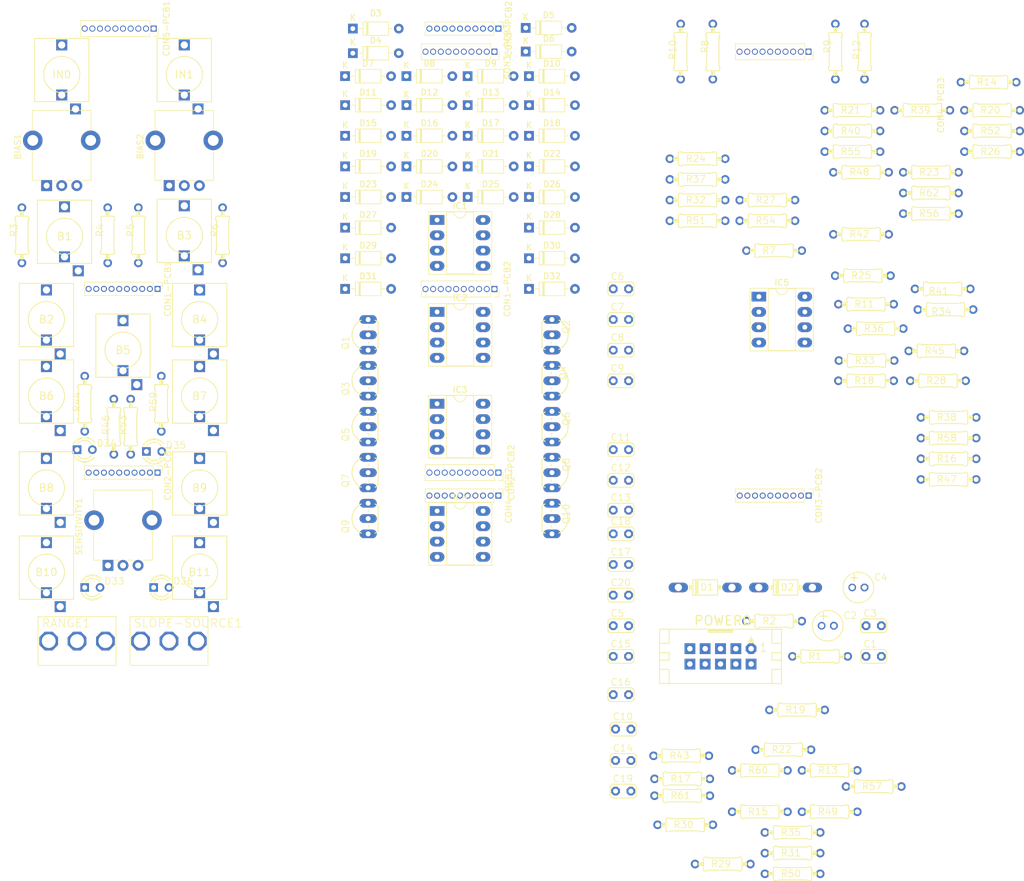
<source format=kicad_pcb>
(kicad_pcb (version 20211014) (generator pcbnew)
  (layers (0 "F.Cu" signal) (31 "B.Cu" signal) (34 "B.Paste" user) (35 "F.Paste" user) (36 "B.SilkS" user "B.Silkscreen") (37 "F.SilkS" user "F.Silkscreen") (38 "B.Mask" user) (39 "F.Mask" user) (44 "Edge.Cuts" user))
  (net 0 "")
  (net 1 "Net-(D3-Pad1)")
  (net 2 "/MAX-OUT")
  (net 3 "Net-(D10-Pad2)")
  (net 4 "/MIN-OUT")
  (net 5 "Net-(B5-PadTIP)")
  (net 6 "Net-(D10-Pad1)")
  (net 7 "Net-(D11-Pad1)")
  (net 8 "+12V")
  (net 9 "Net-(D12-Pad1)")
  (net 10 "Net-(D12-Pad2)")
  (net 11 "Net-(D15-Pad2)")
  (net 12 "Net-(D16-Pad1)")
  (net 13 "Net-(D19-Pad2)")
  (net 14 "Net-(D20-Pad1)")
  (net 15 "Net-(D20-Pad2)")
  (net 16 "Net-(D21-Pad1)")
  (net 17 "Net-(D24-Pad1)")
  (net 18 "Net-(D28-Pad1)")
  (net 19 "-12V")
  (net 20 "Net-(D29-Pad1)")
  (net 21 "Net-(D30-Pad1)")
  (net 22 "Net-(D31-Pad1)")
  (net 23 "Net-(D32-Pad1)")
  (net 24 "0V")
  (net 25 "Net-(SENSITIVITY1-PadMID)")
  (net 26 "/LED4")
  (net 27 "/LED3")
  (net 28 "/LED2")
  (net 29 "Net-(C5-Pad1)")
  (net 30 "Net-(C5-Pad2)")
  (net 31 "Net-(IC1-Pad3)")
  (net 32 "Net-(IC1-Pad5)")
  (net 33 "Net-(C6-Pad2)")
  (net 34 "Net-(C6-Pad1)")
  (net 35 "Net-(C9-Pad1)")
  (net 36 "Net-(C9-Pad2)")
  (net 37 "Net-(C10-Pad2)")
  (net 38 "Net-(C10-Pad1)")
  (net 39 "Net-(IC5-Pad1)")
  (net 40 "Net-(IC5-Pad2)")
  (net 41 "/LED1")
  (net 42 "Net-(IC5-Pad5)")
  (net 43 "Net-(IC5-Pad7)")
  (net 44 "Net-(Q1-Pad3)")
  (net 45 "Net-(Q2-Pad1)")
  (net 46 "Net-(Q3-Pad1)")
  (net 47 "Net-(Q4-Pad1)")
  (net 48 "Net-(Q5-Pad1)")
  (net 49 "Net-(Q6-Pad1)")
  (net 50 "Net-(Q6-Pad2)")
  (net 51 "Net-(Q7-Pad1)")
  (net 52 "Net-(Q7-Pad2)")
  (net 53 "Net-(Q8-Pad1)")
  (net 54 "Net-(Q9-Pad1)")
  (net 55 "Net-(Q9-Pad2)")
  (net 56 "Net-(Q10-Pad1)")
  (net 57 "Net-(Q10-Pad2)")
  (net 58 "/HIGH-OUT1")
  (net 59 "/HIGH-OUT2")
  (net 60 "/RISING-OUT")
  (net 61 "/FALLING-OUT")
  (net 62 "/STEADY-OUT")
  (net 63 "/RISING&FALLING-OUT")
  (net 64 "/SENSE3")
  (net 65 "Net-(C12-Pad1)")
  (net 66 "/IN-4")
  (net 67 "/IN-3")
  (net 68 "/IN-2")
  (net 69 "/IN-1")
  (net 70 "/MIN OUT")
  (net 71 "/MAX OUT")
  (net 72 "/IN 4")
  (net 73 "/IN 3")
  (net 74 "/IN 2")
  (net 75 "/IN 1")
  (net 76 "/SIGNAL-IN")
  (net 77 "Net-(CON2-PCB2-Pad1)")
  (net 78 "Net-(CON2-PCB2-Pad2)")
  (net 79 "Net-(CON2-PCB2-Pad3)")
  (net 80 "Net-(CON2-PCB2-Pad4)")
  (net 81 "Net-(CON2-PCB2-Pad5)")
  (net 82 "Net-(CON2-PCB2-Pad6)")
  (net 83 "Net-(CON2-PCB2-Pad7)")
  (net 84 "Net-(CON2-PCB2-Pad8)")
  (net 85 "Net-(CON2-PCB2-Pad9)")
  (net 87 "/SENSE1")
  (net 88 "/LED-4")
  (net 89 "/LED-3")
  (net 90 "/LED-2")
  (net 91 "/LED-1")
  (net 92 "/SENSE-3")
  (net 93 "/SENSE-1")
  (net 94 "/LED_4")
  (net 95 "/LED_3")
  (net 96 "/LED_2")
  (net 97 "/LED_1")
  (net 100 "/STEADY")
  (net 101 "/FALLING")
  (net 102 "/RISING")
  (net 103 "/SIGNAL IN")
  (net 104 "/HIGH OUT2")
  (net 105 "/HIGH OUT1")
  (net 106 "/RISING&FALLING")
  (net 107 "Net-(D1-PadA)")
  (net 108 "Net-(D2-PadC)")
  (net 109 "Net-(BIAS1-PadMID)")
  (net 110 "Net-(BIAS2-PadMID)")
  (net 111 "Net-(POWER0-Pad1)")
  (net 112 "Net-(POWER0-Pad10)")
  (net 113 "Net-(BIAS1-PadRIGHT)")
  (net 114 "Net-(BIAS1-PadLEFT)")
  (net 115 "Net-(BIAS2-PadRIGHT)")
  (net 116 "Net-(BIAS2-PadLEFT)")
  (net 117 "/HIGH OUT 1")
  (net 118 "/HIGH OUT 2")
  (net 120 "Net-(R48-Pad2)")
  (net 121 "Net-(R51-Pad2)")
  (net 122 "Net-(R55-Pad2)")
  (net 123 "Net-(R60-Pad2)")
  (net 126 "Net-(IC5-Pad3)")
  (footprint "Diode_THT:D_DO-35_SOD27_P7.62mm_Horizontal" (layer "F.Cu") (at 177.8 32.02)
    (fp_text reference "D4" (at 3.81 -2.12) (layer "F.SilkS"))
    (fp_text value "1N4148")
    (fp_text user "K" (at 0 -1.8) (layer "F.SilkS"))
    (pad "1" thru_hole rect (at 0 0) (size 1.6 1.6) (drill 0.8) (layers *.Cu *.Mask) (net 69 "/IN-1"))
    (pad "2" thru_hole oval (at 7.62 0) (size 1.6 1.6) (drill 0.8) (layers *.Cu *.Mask) (net 3 "Net-(D10-Pad2)"))
  )
  (footprint "kicadlibrary:0207_9" (layer "F.Cu") (at 276.06 74.55)
    (fp_text reference "R34" (at -2.413 1.016) (layer "F.SilkS") (effects (font (size 1.143 1.143) (thickness 0.127)) (justify left bottom)))
    (fp_text value "1M")
    (pad "1" thru_hole circle (at -4.58 0) (size 1.4224 1.4224) (drill 0.8128) (layers *.Cu *.Mask) (net 8 "+12V"))
    (pad "2" thru_hole circle (at 4.58 0) (size 1.4224 1.4224) (drill 0.8128) (layers *.Cu *.Mask) (net 42 "Net-(IC5-Pad5)"))
  )
  (footprint "Potentiometer_THT:Potentiometer_Alpha_RD901F-40-00D_Single_Vertical_CircularHoles" (layer "F.Cu") (at 127.04 53.985 90)
    (fp_text reference "BIAS1" (at 6.45 -4.8 90) (layer "F.SilkS"))
    (fp_text value "100K")
    (pad "" thru_hole circle (at 7.5 7.3 180) (size 3.24 3.24) (drill 1.8) (layers *.Cu *.Mask))
    (pad "" thru_hole circle (at 7.5 -2.3 180) (size 3.24 3.24) (drill 1.8) (layers *.Cu *.Mask))
    (pad "1" thru_hole rect (at 0 0 180) (size 1.8 1.8) (drill 1) (layers *.Cu *.Mask))
    (pad "2" thru_hole circle (at 0 2.5 180) (size 1.8 1.8) (drill 1) (layers *.Cu *.Mask))
    (pad "3" thru_hole circle (at 0 5 180) (size 1.8 1.8) (drill 1) (layers *.Cu *.Mask))
  )
  (footprint "ryo:TO92-LINE" (layer "F.Cu") (at 180.34 78.74 90)
    (fp_text reference "Q1" (at -2.54 -3.048 90) (layer "F.SilkS") (effects (font (size 1.143 1.143) (thickness 0.127)) (justify left bottom)))
    (fp_text value "BC557")
    (pad "1" thru_hole oval (at 2.54 0 180) (size 2.8448 1.4224) (drill 0.8128) (layers *.Cu *.Mask) (net 11 "Net-(D15-Pad2)"))
    (pad "2" thru_hole oval (at 0 0 180) (size 2.8448 1.4224) (drill 0.8128) (layers *.Cu *.Mask) (net 7 "Net-(D11-Pad1)"))
    (pad "3" thru_hole oval (at -2.54 0 180) (size 2.8448 1.4224) (drill 0.8128) (layers *.Cu *.Mask) (net 44 "Net-(Q1-Pad3)"))
  )
  (footprint "Diode_THT:D_DO-35_SOD27_P7.62mm_Horizontal" (layer "F.Cu") (at 207.01 50.8)
    (fp_text reference "D22" (at 3.81 -2.12) (layer "F.SilkS"))
    (fp_text value "1N4148")
    (fp_text user "K" (at 0 -1.8) (layer "F.SilkS"))
    (pad "1" thru_hole rect (at 0 0) (size 1.6 1.6) (drill 0.8) (layers *.Cu *.Mask) (net 14 "Net-(D20-Pad1)"))
    (pad "2" thru_hole oval (at 7.62 0) (size 1.6 1.6) (drill 0.8) (layers *.Cu *.Mask) (net 13 "Net-(D19-Pad2)"))
  )
  (footprint "Connector_PinHeader_1.27mm:PinHeader_1x10_P1.27mm_Vertical" (layer "F.Cu") (at 253.375 105.41 -90)
    (fp_text reference "CON3-PCB2" (at 0 -1.695 90) (layer "F.SilkS"))
    (fp_text value "MA10-1")
    (pad "1" thru_hole rect (at 0 0 270) (size 1 1) (drill 0.65) (layers *.Cu *.Mask) (net 19 "-12V"))
    (pad "2" thru_hole oval (at 0 1.27 270) (size 1 1) (drill 0.65) (layers *.Cu *.Mask) (net 24 "0V"))
    (pad "3" thru_hole oval (at 0 2.54 270) (size 1 1) (drill 0.65) (layers *.Cu *.Mask) (net 8 "+12V"))
    (pad "4" thru_hole oval (at 0 3.81 270) (size 1 1) (drill 0.65) (layers *.Cu *.Mask) (net 26 "/LED4"))
    (pad "5" thru_hole oval (at 0 5.08 270) (size 1 1) (drill 0.65) (layers *.Cu *.Mask) (net 27 "/LED3"))
    (pad "6" thru_hole oval (at 0 6.35 270) (size 1 1) (drill 0.65) (layers *.Cu *.Mask) (net 28 "/LED2"))
    (pad "7" thru_hole oval (at 0 7.62 270) (size 1 1) (drill 0.65) (layers *.Cu *.Mask) (net 41 "/LED1"))
    (pad "8" thru_hole oval (at 0 8.89 270) (size 1 1) (drill 0.65) (layers *.Cu *.Mask) (net 64 "/SENSE3"))
    (pad "9" thru_hole oval (at 0 10.16 270) (size 1 1) (drill 0.65) (layers *.Cu *.Mask) (net 87 "/SENSE1"))
    (pad "10" thru_hole oval (at 0 11.43 270) (size 1 1) (drill 0.65) (layers *.Cu *.Mask) (net 24 "0V"))
  )
  (footprint "ryo:C025-024X044" (layer "F.Cu") (at 222.25 138.43)
    (fp_text reference "C16" (at -1.778 -1.397) (layer "F.SilkS") (effects (font (size 1.143 1.143) (thickness 0.127)) (justify left bottom)))
    (fp_text value "100nF")
    (pad "1" thru_hole roundrect (at -1.27 0) (size 1.4224 1.4224) (drill 0.8128) (layers *.Cu *.Mask) (chamfer_ratio 0.2928932188) (chamfer top_left top_right bottom_left bottom_right) (net 24 "0V"))
    (pad "2" thru_hole roundrect (at 1.27 0) (size 1.4224 1.4224) (drill 0.8128) (layers *.Cu *.Mask) (chamfer_ratio 0.2928932188) (chamfer top_left top_right bottom_left bottom_right) (net 19 "-12V"))
  )
  (footprint "kicadlibrary:0207_9" (layer "F.Cu") (at 234.95 56.39)
    (fp_text reference "R32" (at -2.032 0.635) (layer "F.SilkS") (effects (font (size 1.143 1.143) (thickness 0.127)) (justify left bottom)))
    (fp_text value "4.7K")
    (pad "1" thru_hole circle (at -4.58 0) (size 1.4224 1.4224) (drill 0.8128) (layers *.Cu *.Mask) (net 103 "/SIGNAL IN"))
    (pad "2" thru_hole circle (at 4.58 0) (size 1.4224 1.4224) (drill 0.8128) (layers *.Cu *.Mask) (net 42 "Net-(IC5-Pad5)"))
  )
  (footprint "Diode_THT:D_DO-35_SOD27_P7.62mm_Horizontal" (layer "F.Cu") (at 206.47 31.75)
    (fp_text reference "D6" (at 3.81 -2.12) (layer "F.SilkS"))
    (fp_text value "1N4148")
    (fp_text user "K" (at 0 -1.8) (layer "F.SilkS"))
    (pad "1" thru_hole rect (at 0 0) (size 1.6 1.6) (drill 0.8) (layers *.Cu *.Mask) (net 68 "/IN-2"))
    (pad "2" thru_hole oval (at 7.62 0) (size 1.6 1.6) (drill 0.8) (layers *.Cu *.Mask) (net 3 "Net-(D10-Pad2)"))
  )
  (footprint "kicadlibrary:0207_9" (layer "F.Cu") (at 264.48 77.71)
    (fp_text reference "R36" (at -2.032 0.635) (layer "F.SilkS") (effects (font (size 1.143 1.143) (thickness 0.127)) (justify left bottom)))
    (fp_text value "100K")
    (pad "1" thru_hole circle (at -4.58 0) (size 1.4224 1.4224) (drill 0.8128) (layers *.Cu *.Mask) (net 43 "Net-(IC5-Pad7)"))
    (pad "2" thru_hole circle (at 4.58 0) (size 1.4224 1.4224) (drill 0.8128) (layers *.Cu *.Mask) (net 23 "Net-(D32-Pad1)"))
  )
  (footprint "ryo:THONKICON-TWISTED" (layer "F.Cu") (at 152.4 88.9)
    (fp_text reference "B7" (at 0 0) (layer "F.SilkS") (effects (font (size 1.27 1.27))))
    (fp_text value "high out 2")
    (pad "NORMAL" thru_hole rect (at 0 3.4) (size 1.8096 1.8096) (drill 1.2) (layers *.Cu *.Mask))
    (pad "RING" thru_hole rect (at 2.286 5.715) (size 1.8096 1.8096) (drill 1.2) (layers *.Cu *.Mask))
    (pad "TIP" thru_hole rect (at 0 -4.9) (size 1.8096 1.8096) (drill 1.2) (layers *.Cu *.Mask) (net 59 "/HIGH-OUT2"))
  )
  (footprint "ryo:THONKICON-TWISTED" (layer "F.Cu") (at 152.4 104.14)
    (fp_text reference "B9" (at 0 0) (layer "F.SilkS") (effects (font (size 1.27 1.27))))
    (fp_text value "falling out")
    (pad "NORMAL" thru_hole rect (at 0 3.4) (size 1.8096 1.8096) (drill 1.2) (layers *.Cu *.Mask))
    (pad "RING" thru_hole rect (at 2.286 5.715) (size 1.8096 1.8096) (drill 1.2) (layers *.Cu *.Mask))
    (pad "TIP" thru_hole rect (at 0 -4.9) (size 1.8096 1.8096) (drill 1.2) (layers *.Cu *.Mask) (net 61 "/FALLING-OUT"))
  )
  (footprint "ryo:THONKICON-TWISTED" (layer "F.Cu") (at 127 118.11)
    (fp_text reference "B10" (at 0 0) (layer "F.SilkS") (effects (font (size 1.27 1.27))))
    (fp_text value "steady out")
    (pad "NORMAL" thru_hole rect (at 0 3.4) (size 1.8096 1.8096) (drill 1.2) (layers *.Cu *.Mask))
    (pad "RING" thru_hole rect (at 2.286 5.715) (size 1.8096 1.8096) (drill 1.2) (layers *.Cu *.Mask))
    (pad "TIP" thru_hole rect (at 0 -4.9) (size 1.8096 1.8096) (drill 1.2) (layers *.Cu *.Mask) (net 62 "/STEADY-OUT"))
  )
  (footprint "kicadlibrary:0207_9" (layer "F.Cu") (at 156.21 62.23 -90)
    (fp_text reference "R6" (at -2.032 0.635 90) (layer "F.SilkS") (effects (font (size 1.143 1.143) (thickness 0.127)) (justify right bottom)))
    (fp_text value "24K")
    (pad "1" thru_hole circle (at -4.58 0 270) (size 1.4224 1.4224) (drill 0.8128) (layers *.Cu *.Mask) (net 19 "-12V"))
    (pad "2" thru_hole circle (at 4.58 0 270) (size 1.4224 1.4224) (drill 0.8128) (layers *.Cu *.Mask) (net 116 "Net-(BIAS2-PadLEFT)"))
  )
  (footprint "Diode_THT:D_DO-35_SOD27_P7.62mm_Horizontal" (layer "F.Cu") (at 186.69 50.8)
    (fp_text reference "D20" (at 3.81 -2.12) (layer "F.SilkS"))
    (fp_text value "1N4148")
    (fp_text user "K" (at 0 -1.8) (layer "F.SilkS"))
    (pad "1" thru_hole rect (at 0 0) (size 1.6 1.6) (drill 0.8) (layers *.Cu *.Mask) (net 14 "Net-(D20-Pad1)"))
    (pad "2" thru_hole oval (at 7.62 0) (size 1.6 1.6) (drill 0.8) (layers *.Cu *.Mask) (net 15 "Net-(D20-Pad2)"))
  )
  (footprint "ryo:C025-024X044" (layer "F.Cu") (at 222.25 81.28)
    (fp_text reference "C8" (at -1.778 -1.397) (layer "F.SilkS") (effects (font (size 1.143 1.143) (thickness 0.127)) (justify left bottom)))
    (fp_text value "100nF")
    (pad "1" thru_hole roundrect (at -1.27 0) (size 1.4224 1.4224) (drill 0.8128) (layers *.Cu *.Mask) (chamfer_ratio 0.2928932188) (chamfer top_left top_right bottom_left bottom_right) (net 24 "0V"))
    (pad "2" thru_hole roundrect (at 1.27 0) (size 1.4224 1.4224) (drill 0.8128) (layers *.Cu *.Mask) (chamfer_ratio 0.2928932188) (chamfer top_left top_right bottom_left bottom_right) (net 19 "-12V"))
  )
  (footprint "Diode_THT:D_DO-35_SOD27_P7.62mm_Horizontal" (layer "F.Cu") (at 196.85 40.64)
    (fp_text reference "D13" (at 3.81 -2.12) (layer "F.SilkS"))
    (fp_text value "1N4148")
    (fp_text user "K" (at 0 -1.8) (layer "F.SilkS"))
    (pad "1" thru_hole rect (at 0 0) (size 1.6 1.6) (drill 0.8) (layers *.Cu *.Mask) (net 9 "Net-(D12-Pad1)"))
    (pad "2" thru_hole oval (at 7.62 0) (size 1.6 1.6) (drill 0.8) (layers *.Cu *.Mask) (net 10 "Net-(D12-Pad2)"))
  )
  (footprint "ryo:THONKICON-TWISTED" (layer "F.Cu") (at 130 62.4)
    (fp_text reference "B1" (at 0 0) (layer "F.SilkS") (effects (font (size 1.27 1.27))))
    (fp_text value "in 3")
    (pad "NORMAL" thru_hole rect (at 0 3.4) (size 1.8096 1.8096) (drill 1.2) (layers *.Cu *.Mask))
    (pad "RING" thru_hole rect (at 2.286 5.715) (size 1.8096 1.8096) (drill 1.2) (layers *.Cu *.Mask))
    (pad "TIP" thru_hole rect (at 0 -4.9) (size 1.8096 1.8096) (drill 1.2) (layers *.Cu *.Mask) (net 24 "0V"))
  )
  (footprint "ryo:THONKICON-TWISTED" (layer "F.Cu") (at 149.86 35.56)
    (fp_text reference "IN1" (at 0 0) (layer "F.SilkS") (effects (font (size 1.27 1.27))))
    (fp_text value "inn 2")
    (pad "NORMAL" thru_hole rect (at 0 3.4) (size 1.8096 1.8096) (drill 1.2) (layers *.Cu *.Mask))
    (pad "RING" thru_hole rect (at 2.286 5.715) (size 1.8096 1.8096) (drill 1.2) (layers *.Cu *.Mask))
    (pad "TIP" thru_hole rect (at 0 -4.9) (size 1.8096 1.8096) (drill 1.2) (layers *.Cu *.Mask) (net 110 "Net-(BIAS2-PadMID)"))
  )
  (footprint "ryo:LED3MM" (layer "F.Cu") (at 133.35 97.79)
    (fp_text reference "D34" (at 1.905 -0.381) (layer "F.SilkS") (effects (font (size 1.143 1.143) (thickness 0.127)) (justify left bottom)))
    (fp_text value "CQY99")
    (pad "A" thru_hole rect (at -1.27 0) (size 1.4224 1.4224) (drill 0.8128) (layers *.Cu *.Mask))
    (pad "K" thru_hole circle (at 1.27 0) (size 1.4224 1.4224) (drill 0.8128) (layers *.Cu *.Mask))
  )
  (footprint "kicadlibrary:0207_9" (layer "F.Cu") (at 247.65 64.77)
    (fp_text reference "R7" (at -2.032 0.635) (layer "F.SilkS") (effects (font (size 1.143 1.143) (thickness 0.127)) (justify left bottom)))
    (fp_text value "100K")
    (pad "1" thru_hole circle (at -4.58 0) (size 1.4224 1.4224) (drill 0.8128) (layers *.Cu *.Mask) (net 3 "Net-(D10-Pad2)"))
    (pad "2" thru_hole circle (at 4.58 0) (size 1.4224 1.4224) (drill 0.8128) (layers *.Cu *.Mask) (net 19 "-12V"))
  )
  (footprint "Potentiometer_THT:Potentiometer_Alpha_RD901F-40-00D_Single_Vertical_CircularHoles" (layer "F.Cu") (at 147.36 53.985 90)
    (fp_text reference "BIAS2" (at 6.45 -4.8 90) (layer "F.SilkS"))
    (fp_text value "100K")
    (pad "" thru_hole circle (at 7.5 -2.3 180) (size 3.24 3.24) (drill 1.8) (layers *.Cu *.Mask))
    (pad "" thru_hole circle (at 7.5 7.3 180) (size 3.24 3.24) (drill 1.8) (layers *.Cu *.Mask))
    (pad "1" thru_hole rect (at 0 0 180) (size 1.8 1.8) (drill 1) (layers *.Cu *.Mask))
    (pad "2" thru_hole circle (at 0 2.5 180) (size 1.8 1.8) (drill 1) (layers *.Cu *.Mask))
    (pad "3" thru_hole circle (at 0 5 180) (size 1.8 1.8) (drill 1) (layers *.Cu *.Mask))
  )
  (footprint "ryo:THONKICON-TWISTED" (layer "F.Cu") (at 152.4 118.11)
    (fp_text reference "B11" (at 0 0) (layer "F.SilkS") (effects (font (size 1.27 1.27))))
    (fp_text value "rising&falling out")
    (pad "NORMAL" thru_hole rect (at 0 3.4) (size 1.8096 1.8096) (drill 1.2) (layers *.Cu *.Mask))
    (pad "RING" thru_hole rect (at 2.286 5.715) (size 1.8096 1.8096) (drill 1.2) (layers *.Cu *.Mask))
    (pad "TIP" thru_hole rect (at 0 -4.9) (size 1.8096 1.8096) (drill 1.2) (layers *.Cu *.Mask) (net 63 "/RISING&FALLING-OUT"))
  )
  (footprint "kicadlibrary:0207_9" (layer "F.Cu") (at 262.89 73.66)
    (fp_text reference "R11" (at -2.032 0.635) (layer "F.SilkS") (effects (font (size 1.143 1.143) (thickness 0.127)) (justify left bottom)))
    (fp_text value "100K")
    (pad "1" thru_hole circle (at -4.58 0) (size 1.4224 1.4224) (drill 0.8128) (layers *.Cu *.Mask) (net 30 "Net-(C5-Pad2)"))
    (pad "2" thru_hole circle (at 4.58 0) (size 1.4224 1.4224) (drill 0.8128) (layers *.Cu *.Mask) (net 71 "/MAX OUT"))
  )
  (footprint "kicadlibrary:0207_9" (layer "F.Cu") (at 232.91 160.02)
    (fp_text reference "R30" (at -2.032 0.635) (layer "F.SilkS") (effects (font (size 1.143 1.143) (thickness 0.127)) (justify left bottom)))
    (fp_text value "4.7K")
    (pad "1" thru_hole circle (at -4.58 0) (size 1.4224 1.4224) (drill 0.8128) (layers *.Cu *.Mask) (net 103 "/SIGNAL IN"))
    (pad "2" thru_hole circle (at 4.58 0) (size 1.4224 1.4224) (drill 0.8128) (layers *.Cu *.Mask) (net 40 "Net-(IC5-Pad2)"))
  )
  (footprint "Diode_THT:D_DO-35_SOD27_P7.62mm_Horizontal" (layer "F.Cu") (at 207.01 71.12)
    (fp_text reference "D32" (at 3.81 -2.12) (layer "F.SilkS"))
    (fp_text value "1N4148")
    (fp_text user "K" (at 0 -1.8) (layer "F.SilkS"))
    (pad "1" thru_hole rect (at 0 0) (size 1.6 1.6) (drill 0.8) (layers *.Cu *.Mask) (net 23 "Net-(D32-Pad1)"))
    (pad "2" thru_hole oval (at 7.62 0) (size 1.6 1.6) (drill 0.8) (layers *.Cu *.Mask) (net 24 "0V"))
  )
  (footprint "Potentiometer_THT:Potentiometer_Alpha_RD901F-40-00D_Single_Vertical_CircularHoles" (layer "F.Cu") (at 137.2 116.99 90)
    (fp_text reference "SENSITIVITY1" (at 6.45 -4.8 90) (layer "F.SilkS"))
    (fp_text value "1M")
    (pad "" thru_hole circle (at 7.5 7.3 180) (size 3.24 3.24) (drill 1.8) (layers *.Cu *.Mask))
    (pad "" thru_hole circle (at 7.5 -2.3 180) (size 3.24 3.24) (drill 1.8) (layers *.Cu *.Mask))
    (pad "1" thru_hole rect (at 0 0 180) (size 1.8 1.8) (drill 1) (layers *.Cu *.Mask))
    (pad "2" thru_hole circle (at 0 2.5 180) (size 1.8 1.8) (drill 1) (layers *.Cu *.Mask))
    (pad "3" thru_hole circle (at 0 5 180) (size 1.8 1.8) (drill 1) (layers *.Cu *.Mask))
  )
  (footprint "ryo:C025-024X044" (layer "F.Cu") (at 222.631 149.352)
    (fp_text reference "C14" (at -1.778 -1.397) (layer "F.SilkS") (effects (font (size 1.143 1.143) (thickness 0.127)) (justify left bottom)))
    (fp_text value "100nF")
    (pad "1" thru_hole roundrect (at -1.27 0) (size 1.4224 1.4224) (drill 0.8128) (layers *.Cu *.Mask) (chamfer_ratio 0.2928932188) (chamfer top_left top_right bottom_left bottom_right) (net 24 "0V"))
    (pad "2" thru_hole roundrect (at 1.27 0) (size 1.4224 1.4224) (drill 0.8128) (layers *.Cu *.Mask) (chamfer_ratio 0.2928932188) (chamfer top_left top_right bottom_left bottom_right) (net 19 "-12V"))
  )
  (footprint "Diode_THT:D_DO-35_SOD27_P7.62mm_Horizontal" (layer "F.Cu") (at 176.53 71.12)
    (fp_text reference "D31" (at 3.81 -2.12) (layer "F.SilkS"))
    (fp_text value "1N4148")
    (fp_text user "K" (at 0 -1.8) (layer "F.SilkS"))
    (pad "1" thru_hole rect (at 0 0) (size 1.6 1.6) (drill 0.8) (layers *.Cu *.Mask) (net 22 "Net-(D31-Pad1)"))
    (pad "2" thru_hole oval (at 7.62 0) (size 1.6 1.6) (drill 0.8) (layers *.Cu *.Mask) (net 19 "-12V"))
  )
  (footprint "Diode_THT:D_DO-35_SOD27_P7.62mm_Horizontal" (layer "F.Cu") (at 186.69 55.88)
    (fp_text reference "D24" (at 3.81 -2.12) (layer "F.SilkS"))
    (fp_text value "1N4148")
    (fp_text user "K" (at 0 -1.8) (layer "F.SilkS"))
    (pad "1" thru_hole rect (at 0 0) (size 1.6 1.6) (drill 0.8) (layers *.Cu *.Mask) (net 17 "Net-(D24-Pad1)"))
    (pad "2" thru_hole oval (at 7.62 0) (size 1.6 1.6) (drill 0.8) (layers *.Cu *.Mask) (net 15 "Net-(D20-Pad2)"))
  )
  (footprint "ryo:C025-024X044" (layer "F.Cu") (at 264.16 127)
    (fp_text reference "C3" (at -1.778 -1.397) (layer "F.SilkS") (effects (font (size 1.143 1.143) (thickness 0.127)) (justify left bottom)))
    (fp_text value "100nF")
    (pad "1" thru_hole roundrect (at -1.27 0) (size 1.4224 1.4224) (drill 0.8128) (layers *.Cu *.Mask) (chamfer_ratio 0.2928932188) (chamfer top_left top_right bottom_left bottom_right) (net 24 "0V"))
    (pad "2" thru_hole roundrect (at 1.27 0) (size 1.4224 1.4224) (drill 0.8128) (layers *.Cu *.Mask) (chamfer_ratio 0.2928932188) (chamfer top_left top_right bottom_left bottom_right) (net 19 "-12V"))
  )
  (footprint "Connector_PinSocket_1.27mm:PinSocket_1x10_P1.27mm_Vertical" (layer "F.Cu") (at 201.28 31.775 -90)
    (fp_text reference "CON3-PCB3" (at 0 -2.135 90) (layer "F.SilkS"))
    (fp_text value "MA10-1")
    (pad "1" thru_hole rect (at 0 0 270) (size 1 1) (drill 0.7) (layers *.Cu *.Mask) (net 19 "-12V"))
    (pad "2" thru_hole oval (at 0 1.27 270) (size 1 1) (drill 0.7) (layers *.Cu *.Mask) (net 24 "0V"))
    (pad "3" thru_hole oval (at 0 2.54 270) (size 1 1) (drill 0.7) (layers *.Cu *.Mask) (net 8 "+12V"))
    (pad "4" thru_hole oval (at 0 3.81 270) (size 1 1) (drill 0.7) (layers *.Cu *.Mask) (net 88 "/LED-4"))
    (pad "5" thru_hole oval (at 0 5.08 270) (size 1 1) (drill 0.7) (layers *.Cu *.Mask) (net 89 "/LED-3"))
    (pad "6" thru_hole oval (at 0 6.35 270) (size 1 1) (drill 0.7) (layers *.Cu *.Mask) (net 90 "/LED-2"))
    (pad "7" thru_hole oval (at 0 7.62 270) (size 1 1) (drill 0.7) (layers *.Cu *.Mask) (net 91 "/LED-1"))
    (pad "8" thru_hole oval (at 0 8.89 270) (size 1 1) (drill 0.7) (layers *.Cu *.Mask) (net 92 "/SENSE-3"))
    (pad "9" thru_hole oval (at 0 10.16 270) (size 1 1) (drill 0.7) (layers *.Cu *.Mask) (net 93 "/SENSE-1"))
    (pad "10" thru_hole oval (at 0 11.43 270) (size 1 1) (drill 0.7) (layers *.Cu *.Mask) (net 24 "0V"))
  )
  (footprint "ryo:C025-024X044" (layer "F.Cu") (at 222.25 102.87)
    (fp_text reference "C12" (at -1.778 -1.397) (layer "F.SilkS") (effects (font (size 1.143 1.143) (thickness 0.127)) (justify left bottom)))
    (fp_text value "100nF")
    (pad "1" thru_hole roundrect (at -1.27 0) (size 1.4224 1.4224) (drill 0.8128) (layers *.Cu *.Mask) (chamfer_ratio 0.2928932188) (chamfer top_left top_right bottom_left bottom_right) (net 65 "Net-(C12-Pad1)"))
    (pad "2" thru_hole roundrect (at 1.27 0) (size 1.4224 1.4224) (drill 0.8128) (layers *.Cu *.Mask) (chamfer_ratio 0.2928932188) (chamfer top_left top_right bottom_left bottom_right) (net 24 "0V"))
  )
  (footprint "kicadlibrary:0207_9" (layer "F.Cu") (at 250.71 168.15)
    (fp_text reference "R50" (at -2.032 0.635) (layer "F.SilkS") (effects (font (size 1.143 1.143) (thickness 0.127)) (justify left bottom)))
    (fp_text value "1K")
    (pad "1" thru_hole circle (at -4.58 0) (size 1.4224 1.4224) (drill 0.8128) (layers *.Cu *.Mask) (net 120 "Net-(R48-Pad2)"))
    (pad "2" thru_hole circle (at 4.58 0) (size 1.4224 1.4224) (drill 0.8128) (layers *.Cu *.Mask) (net 102 "/RISING"))
  )
  (footprint "kicadlibrary:0207_9" (layer "F.Cu") (at 137.16 62.23 -90)
    (fp_text reference "R4" (at -2.032 0.635 90) (layer "F.SilkS") (effects (font (size 1.143 1.143) (thickness 0.127)) (justify right bottom)))
    (fp_text value "24K")
    (pad "1" thru_hole circle (at -4.58 0 270) (size 1.4224 1.4224) (drill 0.8128) (layers *.Cu *.Mask) (net 19 "-12V"))
    (pad "2" thru_hole circle (at 4.58 0 270) (size 1.4224 1.4224) (drill 0.8128) (layers *.Cu *.Mask) (net 114 "Net-(BIAS1-PadLEFT)"))
  )
  (footprint "ryo:C025-024X044" (layer "F.Cu") (at 264.16 132.08)
    (fp_text reference "C1" (at -1.778 -1.397) (layer "F.SilkS") (effects (font (size 1.143 1.143) (thickness 0.127)) (justify left bottom)))
    (fp_text value "100nF")
    (pad "1" thru_hole roundrect (at -1.27 0) (size 1.4224 1.4224) (drill 0.8128) (layers *.Cu *.Mask) (chamfer_ratio 0.2928932188) (chamfer top_left top_right bottom_left bottom_right) (net 8 "+12V"))
    (pad "2" thru_hole roundrect (at 1.27 0) (size 1.4224 1.4224) (drill 0.8128) (layers *.Cu *.Mask) (chamfer_ratio 0.2928932188) (chamfer top_left top_right bottom_left bottom_right) (net 24 "0V"))
  )
  (footprint "kicadlibrary:0207_9" (layer "F.Cu") (at 264.16 153.67)
    (fp_text reference "R57" (at -2.032 0.635) (layer "F.SilkS") (effects (font (size 1.143 1.143) (thickness 0.127)) (justify left bottom)))
    (fp_text value "1K")
    (pad "1" thru_hole circle (at -4.58 0) (size 1.4224 1.4224) (drill 0.8128) (layers *.Cu *.Mask) (net 122 "Net-(R55-Pad2)"))
    (pad "2" thru_hole circle (at 4.58 0) (size 1.4224 1.4224) (drill 0.8128) (layers *.Cu *.Mask) (net 100 "/STEADY"))
  )
  (footprint "Diode_THT:D_DO-35_SOD27_P7.62mm_Horizontal" (layer "F.Cu") (at 176.53 45.72)
    (fp_text reference "D15" (at 3.81 -2.12) (layer "F.SilkS"))
    (fp_text value "1N4148")
    (fp_text user "K" (at 0 -1.8) (layer "F.SilkS"))
    (pad "1" thru_hole rect (at 0 0) (size 1.6 1.6) (drill 0.8) (layers *.Cu *.Mask) (net 9 "Net-(D12-Pad1)"))
    (pad "2" thru_hole oval (at 7.62 0) (size 1.6 1.6) (drill 0.8) (layers *.Cu *.Mask) (net 11 "Net-(D15-Pad2)"))
  )
  (footprint "kicadlibrary:0207_9" (layer "F.Cu") (at 260.63 41.49)
    (fp_text reference "R21" (at -2.032 0.635) (layer "F.SilkS") (effects (font (size 1.143 1.143) (thickness 0.127)) (justify left bottom)))
    (fp_text value "1K")
    (pad "1" thru_hole circle (at -4.58 0) (size 1.4224 1.4224) (drill 0.8128) (layers *.Cu *.Mask) (net 19 "-12V"))
    (pad "2" thru_hole circle (at 4.58 0) (size 1.4224 1.4224) (drill 0.8128) (layers *.Cu *.Mask) (net 45 "Net-(Q2-Pad1)"))
  )
  (footprint "Diode_THT:D_DO-35_SOD27_P7.62mm_Horizontal" (layer "F.Cu") (at 207.01 45.72)
    (fp_text reference "D18" (at 3.81 -2.12) (layer "F.SilkS"))
    (fp_text value "1N4148")
    (fp_text user "K" (at 0 -1.8) (layer "F.SilkS"))
    (pad "1" thru_hole rect (at 0 0) (size 1.6 1.6) (drill 0.8) (layers *.Cu *.Mask) (net 12 "Net-(D16-Pad1)"))
    (pad "2" thru_hole oval (at 7.62 0) (size 1.6 1.6) (drill 0.8) (layers *.Cu *.Mask) (net 11 "Net-(D15-Pad2)"))
  )
  (footprint "kicadlibrary:0207_9" (layer "F.Cu") (at 247.65 126.238)
    (fp_text reference "R2" (at -2.032 0.635) (layer "F.SilkS") (effects (font (size 1.143 1.143) (thickness 0.127)) (justify left bottom)))
    (fp_text value "10R")
    (pad "1" thru_hole circle (at -4.58 0) (size 1.4224 1.4224) (drill 0.8128) (layers *.Cu *.Mask) (net 111 "Net-(POWER0-Pad1)"))
    (pad "2" thru_hole circle (at 4.58 0) (size 1.4224 1.4224) (drill 0.8128) (layers *.Cu *.Mask) (net 108 "Net-(D2-PadC)"))
  )
  (footprint "kicadlibrary:0207_9" (layer "F.Cu") (at 276.57 95.87)
    (fp_text reference "R58" (at -2.032 0.635) (layer "F.SilkS") (effects (font (size 1.143 1.143) (thickness 0.127)) (justify left bottom)))
    (fp_text value "10K")
    (pad "1" thru_hole circle (at -4.58 0) (size 1.4224 1.4224) (drill 0.8128) (layers *.Cu *.Mask) (net 57 "Net-(Q10-Pad2)"))
    (pad "2" thru_hole circle (at 4.58 0) (size 1.4224 1.4224) (drill 0.8128) (layers *.Cu *.Mask) (net 8 "+12V"))
  )
  (footprint "ryo:TO92-LINE" (layer "F.Cu") (at 210.82 86.36 -90)
    (fp_text reference "Q4" (at -2.54 -2.54 90) (layer "F.SilkS") (effects (font (size 1.143 1.143) (thickness 0.127)) (justify right bottom)))
    (fp_text value "BC547")
    (pad "1" thru_hole oval (at 2.54 0) (size 2.8448 1.4224) (drill 0.8128) (layers *.Cu *.Mask) (net 47 "Net-(Q4-Pad1)"))
    (pad "2" thru_hole oval (at 0 0) (size 2.8448 1.4224) (drill 0.8128) (layers *.Cu *.Mask) (net 21 "Net-(D30-Pad1)"))
    (pad "3" thru_hole oval (at -2.54 0) (size 2.8448 1.4224) (drill 0.8128) (layers *.Cu *.Mask) (net 12 "Net-(D16-Pad1)"))
  )
  (footprint "ryo:TO92-LINE" (layer "F.Cu") (at 210.82 93.98 -90)
    (fp_text reference "Q6" (at -2.54 -3.048 90) (layer "F.SilkS") (effects (font (size 1.143 1.143) (thickness 0.127)) (justify right bottom)))
    (fp_text value "BC557")
    (pad "1" thru_hole oval (at 2.54 0) (size 2.8448 1.4224) (drill 0.8128) (layers *.Cu *.Mask) (net 49 "Net-(Q6-Pad1)"))
    (pad "2" thru_hole oval (at 0 0) (size 2.8448 1.4224) (drill 0.8128) (layers *.Cu *.Mask) (net 50 "Net-(Q6-Pad2)"))
    (pad "3" thru_hole oval (at -2.54 0) (size 2.8448 1.4224) (drill 0.8128) (layers *.Cu *.Mask) (net 8 "+12V"))
  )
  (footprint "kicadlibrary:0207_9" (layer "F.Cu") (at 142.24 62.23 -90)
    (fp_text reference "R5" (at -2.032 0.635 90) (layer "F.SilkS") (effects (font (size 1.143 1.143) (thickness 0.127)) (justify right bottom)))
    (fp_text value "24K")
    (pad "1" thru_hole circle (at -4.58 0 270) (size 1.4224 1.4224) (drill 0.8128) (layers *.Cu *.Mask) (net 8 "+12V"))
    (pad "2" thru_hole circle (at 4.58 0 270) (size 1.4224 1.4224) (drill 0.8128) (layers *.Cu *.Mask) (net 115 "Net-(BIAS2-PadRIGHT)"))
  )
  (footprint "Diode_THT:D_DO-35_SOD27_P7.62mm_Horizontal" (layer "F.Cu") (at 176.53 60.96)
    (fp_text reference "D27" (at 3.81 -2.12) (layer "F.SilkS"))
    (fp_text value "1N4148")
    (fp_text user "K" (at 0 -1.8) (layer "F.SilkS"))
    (pad "1" thru_hole rect (at 0 0) (size 1.6 1.6) (drill 0.8) (layers *.Cu *.Mask) (net 17 "Net-(D24-Pad1)"))
    (pad "2" thru_hole oval (at 7.62 0) (size 1.6 1.6) (drill 0.8) (layers *.Cu *.Mask) (net 11 "Net-(D15-Pad2)"))
  )
  (footprint "Connector_PinHeader_1.27mm:PinHeader_1x10_P1.27mm_Vertical" (layer "F.Cu") (at 201.93 105.41 -90)
    (fp_text reference "CON4-PCB2" (at 0 -1.695 90) (layer "F.SilkS"))
    (fp_text value "MA10-1")
    (pad "1" thru_hole rect (at 0 0 270) (size 1 1) (drill 0.65) (layers *.Cu *.Mask) (net 77 "Net-(CON2-PCB2-Pad1)"))
    (pad "2" thru_hole oval (at 0 1.27 270) (size 1 1) (drill 0.65) (layers *.Cu *.Mask) (net 78 "Net-(CON2-PCB2-Pad2)"))
    (pad "3" thru_hole oval (at 0 2.54 270) (size 1 1) (drill 0.65) (layers *.Cu *.Mask) (net 79 "Net-(CON2-PCB2-Pad3)"))
    (pad "4" thru_hole oval (at 0 3.81 270) (size 1 1) (drill 0.65) (layers *.Cu *.Mask) (net 80 "Net-(CON2-PCB2-Pad4)"))
    (pad "5" thru_hole oval (at 0 5.08 270) (size 1 1) (drill 0.65) (layers *.Cu *.Mask) (net 81 "Net-(CON2-PCB2-Pad5)"))
    (pad "6" thru_hole oval (at 0 6.35 270) (size 1 1) (drill 0.65) (layers *.Cu *.Mask) (net 82 "Net-(CON2-PCB2-Pad6)"))
    (pad "7" thru_hole oval (at 0 7.62 270) (size 1 1) (drill 0.65) (layers *.Cu *.Mask) (net 83 "Net-(CON2-PCB2-Pad7)"))
    (pad "8" thru_hole oval (at 0 8.89 270) (size 1 1) (drill 0.65) (layers *.Cu *.Mask) (net 84 "Net-(CON2-PCB2-Pad8)"))
    (pad "9" thru_hole oval (at 0 10.16 270) (size 1 1) (drill 0.65) (layers *.Cu *.Mask) (net 85 "Net-(CON2-PCB2-Pad9)"))
    (pad "10" thru_hole oval (at 0 11.43 270) (size 1 1) (drill 0.65) (layers *.Cu *.Mask))
  )
  (footprint "ryo:C025-024X044" (layer "F.Cu") (at 222.25 121.92)
    (fp_text reference "C20" (at -1.778 -1.397) (layer "F.SilkS") (effects (font (size 1.143 1.143) (thickness 0.127)) (justify left bottom)))
    (fp_text value "100nF")
    (pad "1" thru_hole roundrect (at -1.27 0) (size 1.4224 1.4224) (drill 0.8128) (layers *.Cu *.Mask) (chamfer_ratio 0.2928932188) (chamfer top_left top_right bottom_left bottom_right) (net 24 "0V"))
    (pad "2" thru_hole roundrect (at 1.27 0) (size 1.4224 1.4224) (drill 0.8128) (layers *.Cu *.Mask) (chamfer_ratio 0.2928932188) (chamfer top_left top_right bottom_left bottom_right) (net 19 "-12V"))
  )
  (footprint "kicadlibrary:0207_9" (layer "F.Cu") (at 232.41 155.194)
    (fp_text reference "R61" (at -2.032 0.635) (layer "F.SilkS") (effects (font (size 1.143 1.143) (thickness 0.127)) (justify left bottom)))
    (fp_text value "1K")
    (pad "1" thru_hole circle (at -4.58 0) (size 1.4224 1.4224) (drill 0.8128) (layers *.Cu *.Mask) (net 123 "Net-(R60-Pad2)"))
    (pad "2" thru_hole circle (at 4.58 0) (size 1.4224 1.4224) (drill 0.8128) (layers *.Cu *.Mask) (net 24 "0V"))
  )
  (footprint "Connector_PinSocket_1.27mm:PinSocket_1x10_P1.27mm_Vertical" (layer "F.Cu") (at 201.93 101.6 -90)
    (fp_text reference "CON2-PCB2" (at 0 -2.135 90) (layer "F.SilkS"))
    (fp_text value "MA10-1")
    (pad "1" thru_hole rect (at 0 0 270) (size 1 1) (drill 0.7) (layers *.Cu *.Mask) (net 77 "Net-(CON2-PCB2-Pad1)"))
    (pad "2" thru_hole oval (at 0 1.27 270) (size 1 1) (drill 0.7) (layers *.Cu *.Mask) (net 78 "Net-(CON2-PCB2-Pad2)"))
    (pad "3" thru_hole oval (at 0 2.54 270) (size 1 1) (drill 0.7) (layers *.Cu *.Mask) (net 79 "Net-(CON2-PCB2-Pad3)"))
    (pad "4" thru_hole oval (at 0 3.81 270) (size 1 1) (drill 0.7) (layers *.Cu *.Mask) (net 80 "Net-(CON2-PCB2-Pad4)"))
    (pad "5" thru_hole oval (at 0 5.08 270) (size 1 1) (drill 0.7) (layers *.Cu *.Mask) (net 81 "Net-(CON2-PCB2-Pad5)"))
    (pad "6" thru_hole oval (at 0 6.35 270) (size 1 1) (drill 0.7) (layers *.Cu *.Mask) (net 82 "Net-(CON2-PCB2-Pad6)"))
    (pad "7" thru_hole oval (at 0 7.62 270) (size 1 1) (drill 0.7) (layers *.Cu *.Mask) (net 83 "Net-(CON2-PCB2-Pad7)"))
    (pad "8" thru_hole oval (at 0 8.89 270) (size 1 1) (drill 0.7) (layers *.Cu *.Mask) (net 84 "Net-(CON2-PCB2-Pad8)"))
    (pad "9" thru_hole oval (at 0 10.16 270) (size 1 1) (drill 0.7) (layers *.Cu *.Mask) (net 85 "Net-(CON2-PCB2-Pad9)"))
    (pad "10" thru_hole oval (at 0 11.43 270) (size 1 1) (drill 0.7) (layers *.Cu *.Mask))
  )
  (footprint "kicadlibrary:0207_9" (layer "F.Cu") (at 133.35 90.17 -90)
    (fp_text reference "R44" (at -2.032 0.635 90) (layer "F.SilkS") (effects (font (size 1.143 1.143) (thickness 0.127)) (justify right bottom)))
    (fp_text value "3.3K")
    (pad "1" thru_hole circle (at -4.58 0 270) (size 1.4224 1.4224) (drill 0.8128) (layers *.Cu *.Mask) (net 49 "Net-(Q6-Pad1)"))
    (pad "2" thru_hole circle (at 4.58 0 270) (size 1.4224 1.4224) (drill 0.8128) (layers *.Cu *.Mask) (net 41 "/LED1"))
  )
  (footprint "kicadlibrary:0207_9" (layer "F.Cu") (at 246.53 59.82)
    (fp_text reference "R54" (at -2.032 0.635) (layer "F.SilkS") (effects (font (size 1.143 1.143) (thickness 0.127)) (justify left bottom)))
    (fp_text value "1K")
    (pad "1" thru_hole circle (at -4.58 0) (size 1.4224 1.4224) (drill 0.8128) (layers *.Cu *.Mask) (net 121 "Net-(R51-Pad2)"))
    (pad "2" thru_hole circle (at 4.58 0) (size 1.4224 1.4224) (drill 0.8128) (layers *.Cu *.Mask) (net 101 "/FALLING"))
  )
  (footprint "kicadlibrary:0207_9" (layer "F.Cu") (at 274.55 81.41)
    (fp_text reference "R45" (at -2.032 0.635) (layer "F.SilkS") (effects (font (size 1.143 1.143) (thickness 0.127)) (justify left bottom)))
    (fp_text value "10K")
    (pad "1" thru_hole circle (at -4.58 0) (size 1.4224 1.4224) (drill 0.8128) (layers *.Cu *.Mask) (net 55 "Net-(Q9-Pad2)"))
    (pad "2" thru_hole circle (at 4.58 0) (size 1.4224 1.4224) (drill 0.8128) (layers *.Cu *.Mask) (net 8 "+12V"))
  )
  (footprint "kicadlibrary:0207_9" (layer "F.Cu") (at 262.06 51.78)
    (fp_text reference "R48" (at -2.032 0.635) (layer "F.SilkS") (effects (font (size 1.143 1.143) (thickness 0.127)) (justify left bottom)))
    (fp_text value "1.8K")
    (pad "1" thru_hole circle (at -4.58 0) (size 1.4224 1.4224) (drill 0.8128) (layers *.Cu *.Mask) (net 49 "Net-(Q6-Pad1)"))
    (pad "2" thru_hole circle (at 4.58 0) (size 1.4224 1.4224) (drill 0.8128) (layers *.Cu *.Mask) (net 120 "Net-(R48-Pad2)"))
  )
  (footprint "kicadlibrary:0207_9" (layer "F.Cu") (at 234.95 52.96)
    (fp_text reference "R37" (at -2.032 0.635) (layer "F.SilkS") (effects (font (size 1.143 1.143) (thickness 0.127)) (justify left bottom)))
    (fp_text value "10K")
    (pad "1" thru_hole circle (at -4.58 0) (size 1.4224 1.4224) (drill 0.8128) (layers *.Cu *.Mask) (net 50 "Net-(Q6-Pad2)"))
    (pad "2" thru_hole circle (at 4.58 0) (size 1.4224 1.4224) (drill 0.8128) (layers *.Cu *.Mask) (net 8 "+12V"))
  )
  (footprint "kicadlibrary:0207_9" (layer "F.Cu") (at 273.64 51.78)
    (fp_text reference "R23" (at -2.032 0.635) (layer "F.SilkS") (effects (font (size 1.143 1.143) (thickness 0.127)) (justify left bottom)))
    (fp_text value "1K")
    (pad "1" thru_hole circle (at -4.58 0) (size 1.4224 1.4224) (drill 0.8128) (layers *.Cu *.Mask) (net 19 "-12V"))
    (pad "2" thru_hole circle (at 4.58 0) (size 1.4224 1.4224) (drill 0.8128) (layers *.Cu *.Mask) (net 47 "Net-(Q4-Pad1)"))
  )
  (footprint "ryo:THONKICON-TWISTED" (layer "F.Cu") (at 127 104.14)
    (fp_text reference "B8" (at 0 0) (layer "F.SilkS") (effects (font (size 1.27 1.27))))
    (fp_text value "rising out")
    (pad "NORMAL" thru_hole rect (at 0 3.4) (size 1.8096 1.8096) (drill 1.2) (layers *.Cu *.Mask))
    (pad "RING" thru_hole rect (at 2.286 5.715) (size 1.8096 1.8096) (drill 1.2) (layers *.Cu *.Mask))
    (pad "TIP" thru_hole rect (at 0 -4.9) (size 1.8096 1.8096) (drill 1.2) (layers *.Cu *.Mask) (net 60 "/RISING-OUT"))
  )
  (footprint "ryo:THONKICON-TWISTED" (layer "F.Cu") (at 139.7 81.28)
    (fp_text reference "B5" (at 0 0) (layer "F.SilkS") (effects (font (size 1.27 1.27))))
    (fp_text value "ext in")
    (pad "NORMAL" thru_hole rect (at 0 3.4) (size 1.8096 1.8096) (drill 1.2) (layers *.Cu *.Mask))
    (pad "RING" thru_hole rect (at 2.286 5.715) (size 1.8096 1.8096) (drill 1.2) (layers *.Cu *.Mask))
    (pad "TIP" thru_hole rect (at 0 -4.9) (size 1.8096 1.8096) (drill 1.2) (layers *.Cu *.Mask) (net 5 "Net-(B5-PadTIP)"))
  )
  (footprint "Connector_PinHeader_1.27mm:PinHeader_1x10_P1.27mm_Vertical" (layer "F.Cu") (at 145.425 101.6 -90)
    (fp_text reference "CON2-PCB1" (at 0 -1.695 90) (layer "F.SilkS"))
    (fp_text value "MA10-1")
    (pad "1" thru_hole rect (at 0 0 270) (size 1 1) (drill 0.65) (layers *.Cu *.Mask) (net 19 "-12V"))
    (pad "2" thru_hole oval (at 0 1.27 270) (size 1 1) (drill 0.65) (layers *.Cu *.Mask) (net 24 "0V"))
    (pad "3" thru_hole oval (at 0 2.54 270) (size 1 1) (drill 0.65) (layers *.Cu *.Mask) (net 8 "+12V"))
    (pad "4" thru_hole oval (at 0 3.81 270) (size 1 1) (drill 0.65) (layers *.Cu *.Mask) (net 62 "/STEADY-OUT"))
    (pad "5" thru_hole oval (at 0 5.08 270) (size 1 1) (drill 0.65) (layers *.Cu *.Mask) (net 61 "/FALLING-OUT"))
    (pad "6" thru_hole oval (at 0 6.35 270) (size 1 1) (drill 0.65) (layers *.Cu *.Mask) (net 60 "/RISING-OUT"))
    (pad "7" thru_hole oval (at 0 7.62 270) (size 1 1) (drill 0.65) (layers *.Cu *.Mask) (net 76 "/SIGNAL-IN"))
    (pad "8" thru_hole oval (at 0 8.89 270) (size 1 1) (drill 0.65) (layers *.Cu *.Mask) (net 59 "/HIGH-OUT2"))
    (pad "9" thru_hole oval (at 0 10.16 270) (size 1 1) (drill 0.65) (layers *.Cu *.Mask) (net 58 "/HIGH-OUT1"))
    (pad "10" thru_hole oval (at 0 11.43 270) (size 1 1) (drill 0.65) (layers *.Cu *.Mask) (net 63 "/RISING&FALLING-OUT"))
  )
  (footprint "kicadlibrary:0207_9" (layer "F.Cu") (at 249.18 147.57)
    (fp_text reference "R22" (at -2.032 0.635) (layer "F.SilkS") (effects (font (size 1.143 1.143) (thickness 0.127)) (justify left bottom)))
    (fp_text value "1K")
    (pad "1" thru_hole circle (at -4.58 0) (size 1.4224 1.4224) (drill 0.8128) (layers *.Cu *.Mask) (net 19 "-12V"))
    (pad "2" thru_hole circle (at 4.58 0) (size 1.4224 1.4224) (drill 0.8128) (layers *.Cu *.Mask) (net 46 "Net-(Q3-Pad1)"))
  )
  (footprint "Diode_THT:D_DO-35_SOD27_P7.62mm_Horizontal" (layer "F.Cu") (at 176.52 35.83)
    (fp_text reference "D7" (at 3.81 -2.12) (layer "F.SilkS"))
    (fp_text value "1N4148")
    (fp_text user "K" (at 0 -1.8) (layer "F.SilkS"))
    (pad "1" thru_hole rect (at 0 0) (size 1.6 1.6) (drill 0.8) (layers *.Cu *.Mask) (net 1 "Net-(D3-Pad1)"))
    (pad "2" thru_hole oval (at 7.62 0) (size 1.6 1.6) (drill 0.8) (layers *.Cu *.Mask) (net 67 "/IN-3"))
  )
  (footprint "kicadlibrary:0207_9" (layer "F.Cu") (at 246.53 56.39)
    (fp_text reference "R27" (at -2.032 0.635) (layer "F.SilkS") (effects (font (size 1.143 1.143) (thickness 0.127)) (justify left bottom)))
    (fp_text value "330")
    (pad "1" thru_hole circle (at -4.58 0) (size 1.4224 1.4224) (drill 0.8128) (layers *.Cu *.Mask) (net 35 "Net-(C9-Pad1)"))
    (pad "2" thru_hole circle (at 4.58 0) (size 1.4224 1.4224) (drill 0.8128) (layers *.Cu *.Mask) (net 117 "/HIGH OUT 1"))
  )
  (footprint "kicadlibrary:0207_9" (layer "F.Cu") (at 232.41 152.4)
    (fp_text reference "R17" (at -2.032 0.635) (layer "F.SilkS") (effects (font (size 1.143 1.143) (thickness 0.127)) (justify left bottom)))
    (fp_text value "100K")
    (pad "1" thru_hole circle (at -4.58 0) (size 1.4224 1.4224) (drill 0.8128) (layers *.Cu *.Mask) (net 8 "+12V"))
    (pad "2" thru_hole circle (at 4.58 0) (size 1.4224 1.4224) (drill 0.8128) (layers *.Cu *.Mask) (net 18 "Net-(D28-Pad1)"))
  )
  (footprint "kicadlibrary:0207_9" (layer "F.Cu") (at 250.71 161.29)
    (fp_text reference "R35" (at -2.032 0.635) (layer "F.SilkS") (effects (font (size 1.143 1.143) (thickness 0.127)) (justify left bottom)))
    (fp_text value "100K")
    (pad "1" thru_hole circle (at -4.58 0) (size 1.4224 1.4224) (drill 0.8128) (layers *.Cu *.Mask) (net 23 "Net-(D32-Pad1)"))
    (pad "2" thru_hole circle (at 4.58 0) (size 1.4224 1.4224) (drill 0.8128) (layers *.Cu *.Mask) (net 39 "Net-(IC5-Pad1)"))
  )
  (footprint "kicadlibrary:0207_9" (layer "F.Cu") (at 262.06 62.07)
    (fp_text reference "R42" (at -2.032 0.635) (layer "F.SilkS") (effects (font (size 1.143 1.143) (thickness 0.127)) (justify left bottom)))
    (fp_text value "10K")
    (pad "1" thru_hole circle (at -4.58 0) (size 1.4224 1.4224) (drill 0.8128) (layers *.Cu *.Mask) (net 52 "Net-(Q7-Pad2)"))
    (pad "2" thru_hole circle (at 4.58 0) (size 1.4224 1.4224) (drill 0.8128) (layers *.Cu *.Mask) (net 8 "+12V"))
  )
  (footprint "kicadlibrary:0207_9" (layer "F.Cu") (at 283.79 41.49)
    (fp_text reference "R20" (at -2.032 0.635) (layer "F.SilkS") (effects (font (size 1.143 1.143) (thickness 0.127)) (justify left bottom)))
    (fp_text value "100K")
    (pad "1" thru_hole circle (at -4.58 0) (size 1.4224 1.4224) (drill 0.8128) (layers *.Cu *.Mask) (net 8 "+12V"))
    (pad "2" thru_hole circle (at 4.58 0) (size 1.4224 1.4224) (drill 0.8128) (layers *.Cu *.Mask) (net 22 "Net-(D31-Pad1)"))
  )
  (footprint "kicadlibrary:0207_9" (layer "F.Cu") (at 257.81 31.75 -90)
    (fp_text reference "R9" (at -2.032 0.635 90) (layer "F.SilkS") (effects (font (size 1.143 1.143) (thickness 0.127)) (justify right bottom)))
    (fp_text value "100K")
    (pad "1" thru_hole circle (at -4.58 0 270) (size 1.4224 1.4224) (drill 0.8128) (layers *.Cu *.Mask) (net 8 "+12V"))
    (pad "2" thru_hole circle (at 4.58 0 270) (size 1.4224 1.4224) (drill 0.8128) (layers *.Cu *.Mask) (net 1 "Net-(D3-Pad1)"))
  )
  (footprint "ryo:TO92-LINE" (layer "F.Cu") (at 180.34 86.36 90)
    (fp_text reference "Q3" (at -2.54 -3.048 90) (layer "F.SilkS") (effects (font (size 1.143 1.143) (thickness 0.127)) (justify left bottom)))
    (fp_text value "BC547")
    (pad "1" thru_hole oval (at 2.54 0 180) (size 2.8448 1.4224) (drill 0.8128) (layers *.Cu *.Mask) (net 46 "Net-(Q3-Pad1)"))
    (pad "2" thru_hole oval (at 0 0 180) (size 2.8448 1.4224) (drill 0.8128) (layers *.Cu *.Mask) (net 20 "Net-(D29-Pad1)"))
    (pad "3" thru_hole oval (at -2.54 0 180) (size 2.8448 1.4224) (drill 0.8128) (layers *.Cu *.Mask) (net 9 "Net-(D12-Pad1)"))
  )
  (footprint "ryo:THONKICON-TWISTED" (layer "F.Cu") (at 127 88.9)
    (fp_text reference "B6" (at 0 0) (layer "F.SilkS") (effects (font (size 1.27 1.27))))
    (fp_text value "high out 1")
    (pad "NORMAL" thru_hole rect (at 0 3.4) (size 1.8096 1.8096) (drill 1.2) (layers *.Cu *.Mask))
    (pad "RING" thru_hole rect (at 2.286 5.715) (size 1.8096 1.8096) (drill 1.2) (layers *.Cu *.Mask))
    (pad "TIP" thru_hole rect (at 0 -4.9) (size 1.8096 1.8096) (drill 1.2) (layers *.Cu *.Mask) (net 58 "/HIGH-OUT1"))
  )
  (footprint "kicadlibrary:0207_9" (layer "F.Cu") (at 274.82 86.36)
    (fp_text reference "R28" (at -2.032 0.635) (layer "F.SilkS") (effects (font (size 1.143 1.143) (thickness 0.127)) (justify left bottom)))
    (fp_text value "330")
    (pad "1" thru_hole circle (at -4.58 0) (size 1.4224 1.4224) (drill 0.8128) (layers *.Cu *.Mask) (net 38 "Net-(C10-Pad1)"))
    (pad "2" thru_hole circle (at 4.58 0) (size 1.4224 1.4224) (drill 0.8128) (layers *.Cu *.Mask) (net 118 "/HIGH OUT 2"))
  )
  (footprint "kicadlibrary:0207_9" (layer "F.Cu") (at 237.49 31.75 -90)
    (fp_text reference "R8" (at -2.032 0.635 90) (layer "F.SilkS") (effects (font (size 1.143 1.143) (thickness 0.127)) (justify right bottom)))
    (fp_text value "100K")
    (pad "1" thru_hole circle (at -4.58 0 270) (size 1.4224 1.4224) (drill 0.8128) (layers *.Cu *.Mask) (net 3 "Net-(D10-Pad2)"))
    (pad "2" thru_hole circle (at 4.58 0 270) (size 1.4224 1.4224) (drill 0.8128) (layers *.Cu *.Mask) (net 31 "Net-(IC1-Pad3)"))
  )
  (footprint "Package_DIP:DIP-8_W7.62mm_Socket_LongPads" (layer "F.Cu") (at 191.77 59.69)
    (fp_text reference "IC1" (at 3.81 -2.33) (layer "F.SilkS"))
    (fp_text value "MC4558")
    (pad "1" thru_hole rect (at 0 0) (size 2.4 1.6) (drill 0.8) (layers *.Cu *.Mask) (net 29 "Net-(C5-Pad1)"))
    (pad "2" thru_hole oval (at 0 2.54) (size 2.4 1.6) (drill 0.8) (layers *.Cu *.Mask) (net 30 "Net-(C5-Pad2)"))
    (pad "3" thru_hole oval (at 0 5.08) (size 2.4 1.6) (drill 0.8) (layers *.Cu *.Mask) (net 31 "Net-(IC1-Pad3)"))
    (pad "4" thru_hole oval (at 0 7.62) (size 2.4 1.6) (drill 0.8) (layers *.Cu *.Mask) (net 8 "+12V"))
    (pad "5" thru_hole oval (at 7.62 7.62) (size 2.4 1.6) (drill 0.8) (layers *.Cu *.Mask) (net 32 "Net-(IC1-Pad5)"))
    (pad "6" thru_hole oval (at 7.62 5.08) (size 2.4 1.6) (drill 0.8) (layers *.Cu *.Mask) (net 33 "Net-(C6-Pad2)"))
    (pad "7" thru_hole oval (at 7.62 2.54) (size 2.4 1.6) (drill 0.8) (layers *.Cu *.Mask) (net 34 "Net-(C6-Pad1)"))
    (pad "8" thru_hole oval (at 7.62 0) (size 2.4 1.6) (drill 0.8) (layers *.Cu *.Mask))
  )
  (footprint "kicadlibrary:0207_9" (layer "F.Cu") (at 245.28 151)
    (fp_text reference "R60" (at -2.032 0.635) (layer "F.SilkS") (effects (font (size 1.143 1.143) (thickness 0.127)) (justify left bottom)))
    (fp_text value "1.8K")
    (pad "1" thru_hole circle (at -4.58 0) (size 1.4224 1.4224) (drill 0.8128) (layers *.Cu *.Mask) (net 56 "Net-(Q10-Pad1)"))
    (pad "2" thru_hole circle (at 4.58 0) (size 1.4224 1.4224) (drill 0.8128) (layers *.Cu *.Mask) (net 123 "Net-(R60-Pad2)"))
  )
  (footprint "Diode_THT:D_DO-35_SOD27_P7.62mm_Horizontal" (layer "F.Cu") (at 186.68 35.83)
    (fp_text reference "D8" (at 3.81 -2.12) (layer "F.SilkS"))
    (fp_text value "1N4148")
    (fp_text user "K" (at 0 -1.8) (layer "F.SilkS"))
    (pad "1" thru_hole rect (at 0 0) (size 1.6 1.6) (drill 0.8) (layers *.Cu *.Mask) (net 67 "/IN-3"))
    (pad "2" thru_hole oval (at 7.62 0) (size 1.6 1.6) (drill 0.8) (layers *.Cu *.Mask) (net 3 "Net-(D10-Pad2)"))
  )
  (footprint "ryo:THONKICON-TWISTED" (layer "F.Cu") (at 127 76.2)
    (fp_text reference "B2" (at 0 0) (layer "F.SilkS") (effects (font (size 1.27 1.27))))
    (fp_text value "max out")
    (pad "NORMAL" thru_hole rect (at 0 3.4) (size 1.8096 1.8096) (drill 1.2) (layers *.Cu *.Mask))
    (pad "RING" thru_hole rect (at 2.286 5.715) (size 1.8096 1.8096) (drill 1.2) (layers *.Cu *.Mask))
    (pad "TIP" thru_hole rect (at 0 -4.9) (size 1.8096 1.8096) (drill 1.2) (layers *.Cu *.Mask) (net 2 "/MAX-OUT"))
  )
  (footprint "kicadlibrary:0207_9" (layer "F.Cu") (at 245.28 157.86)
    (fp_text reference "R15" (at -2.032 0.635) (layer "F.SilkS") (effects (font (size 1.143 1.143) (thickness 0.127)) (justify left bottom)))
    (fp_text value "1K")
    (pad "1" thru_hole circle (at -4.58 0) (size 1.4224 1.4224) (drill 0.8128) (layers *.Cu *.Mask) (net 8 "+12V"))
    (pad "2" thru_hole circle (at 4.58 0) (size 1.4224 1.4224) (drill 0.8128) (layers *.Cu *.Mask) (net 44 "Net-(Q1-Pad3)"))
  )
  (footprint "ryo:E2-5" (layer "F.Cu") (at 256.54 127)
    (fp_text reference "C2" (at 2.54 -1.016) (layer "F.SilkS") (effects (font (size 1.143 1.143) (thickness 0.127)) (justify left bottom)))
    (fp_text value "10uF")
    (pad "+" thru_hole circle (at -1.016 0) (size 1.27 1.27) (drill 0.8128) (layers *.Cu *.Mask) (net 8 "+12V"))
    (pad "-" thru_hole roundrect (at 1.016 0) (size 1.27 1.27) (drill 0.8128) (layers *.Cu *.Mask) (chamfer_ratio 0.2928932188) (chamfer top_left top_right bottom_left bottom_right) (net 24 "0V"))
  )
  (footprint "Diode_THT:D_DO-35_SOD27_P7.62mm_Horizontal" (layer "F.Cu") (at 177.8 27.94)
    (fp_text reference "D3" (at 3.81 -2.54) (layer "F.SilkS"))
    (fp_text value "1N4148")
    (fp_text user "K" (at 0 -1.8) (layer "F.SilkS"))
    (pad "1" thru_hole rect (at 0 0) (size 1.6 1.6) (drill 0.8) (layers *.Cu *.Mask) (net 1 "Net-(D3-Pad1)"))
    (pad "2" thru_hole oval (at 7.62 0) (size 1.6 1.6) (drill 0.8) (layers *.Cu *.Mask) (net 69 "/IN-1"))
  )
  (footprint "Connector_PinHeader_1.27mm:PinHeader_1x10_P1.27mm_Vertical" (layer "F.Cu") (at 201.93 27.94 -90)
    (fp_text reference "CON5-PCB2" (at 0 -1.695 90) (layer "F.SilkS"))
    (fp_text value "MA10-1")
    (pad "1" thru_hole rect (at 0 0 270) (size 1 1) (drill 0.65) (layers *.Cu *.Mask) (net 19 "-12V"))
    (pad "2" thru_hole oval (at 0 1.27 270) (size 1 1) (drill 0.65) (layers *.Cu *.Mask) (net 24 "0V"))
    (pad "3" thru_hole oval (at 0 2.54 270) (size 1 1) (drill 0.65) (layers *.Cu *.Mask) (net 8 "+12V"))
    (pad "4" thru_hole oval (at 0 3.81 270) (size 1 1) (drill 0.65) (layers *.Cu *.Mask) (net 88 "/LED-4"))
    (pad "5" thru_hole oval (at 0 5.08 270) (size 1 1) (drill 0.65) (layers *.Cu *.Mask) (net 89 "/LED-3"))
    (pad "6" thru_hole oval (at 0 6.35 270) (size 1 1) (drill 0.65) (layers *.Cu *.Mask) (net 90 "/LED-2"))
    (pad "7" thru_hole oval (at 0 7.62 270) (size 1 1) (drill 0.65) (layers *.Cu *.Mask) (net 91 "/LED-1"))
    (pad "8" thru_hole oval (at 0 8.89 270) (size 1 1) (drill 0.65) (layers *.Cu *.Mask))
    (pad "9" thru_hole oval (at 0 10.16 270) (size 1 1) (drill 0.65) (layers *.Cu *.Mask))
    (pad "10" thru_hole oval (at 0 11.43 270) (size 1 1) (drill 0.65) (layers *.Cu *.Mask) (net 24 "0V"))
  )
  (footprint "kicadlibrary:0207_9" (layer "F.Cu") (at 273.64 55.21)
    (fp_text reference "R62" (at -2.032 0.635) (layer "F.SilkS") (effects (font (size 1.143 1.143) (thickness 0.127)) (justify left bottom)))
    (fp_text value "1K")
    (pad "1" thru_hole circle (at -4.58 0) (size 1.4224 1.4224) (drill 0.8128) (layers *.Cu *.Mask) (net 123 "Net-(R60-Pad2)"))
    (pad "2" thru_hole circle (at 4.58 0) (size 1.4224 1.4224) (drill 0.8128) (layers *.Cu *.Mask) (net 106 "/RISING&FALLING"))
  )
  (footprint "ryo:LED3MM" (layer "F.Cu") (at 144.846481 98.090831)
    (fp_text reference "D35" (at 1.905 -0.381) (layer "F.SilkS") (effects (font (size 1.143 1.143) (thickness 0.127)) (justify left bottom)))
    (fp_text value "CQY99")
    (pad "A" thru_hole rect (at -1.27 0) (size 1.4224 1.4224) (drill 0.8128) (layers *.Cu *.Mask))
    (pad "K" thru_hole circle (at 1.27 0) (size 1.4224 1.4224) (drill 0.8128) (layers *.Cu *.Mask))
  )
  (footprint "Package_DIP:DIP-8_W7.62mm_Socket_LongPads" (layer "F.Cu") (at 191.78 107.96)
    (fp_text reference "IC4" (at 3.81 -2.33) (layer "F.SilkS"))
    (fp_text value "TL072")
    (pad "1" thru_hole rect (at 0 0) (size 2.4 1.6) (drill 0.8) (layers *.Cu *.Mask) (net 35 "Net-(C9-Pad1)"))
    (pad "2" thru_hole oval (at 0 2.54) (size 2.4 1.6) (drill 0.8) (layers *.Cu *.Mask) (net 36 "Net-(C9-Pad2)"))
    (pad "3" thru_hole oval (at 0 5.08) (size 2.4 1.6) (drill 0.8) (layers *.Cu *.Mask) (net 11 "Net-(D15-Pad2)"))
    (pad "4" thru_hole oval (at 0 7.62) (size 2.4 1.6) (drill 0.8) (layers *.Cu *.Mask) (net 8 "+12V"))
    (pad "5" thru_hole oval (at 7.62 7.62) (size 2.4 1.6) (drill 0.8) (layers *.Cu *.Mask) (net 11 "Net-(D15-Pad2)"))
    (pad "6" thru_hole oval (at 7.62 5.08) (size 2.4 1.6) (drill 0.8) (layers *.Cu *.Mask) (net 37 "Net-(C10-Pad2)"))
    (pad "7" thru_hole oval (at 7.62 2.54) (size 2.4 1.6) (drill 0.8) (layers *.Cu *.Mask) (net 38 "Net-(C10-Pad1)"))
    (pad "8" thru_hole oval (at 7.62 0) (size 2.4 1.6) (drill 0.8) (layers *.Cu *.Mask))
  )
  (footprint "kicadlibrary:0207_9" (layer "F.Cu") (at 283.79 44.92)
    (fp_text reference "R52" (at -2.032 0.635) (layer "F.SilkS") (effects (font (size 1.143 1.143) (thickness 0.127)) (justify left bottom)))
    (fp_text value "1K")
    (pad "1" thru_hole circle (at -4.58 0) (size 1.4224 1.4224) (drill 0.8128) (layers *.Cu *.Mask) (net 121 "Net-(R51-Pad2)"))
    (pad "2" thru_hole circle (at 4.58 0) (size 1.4224 1.4224) (drill 0.8128) (layers *.Cu *.Mask) (net 24 "0V"))
  )
  (footprint "ryo:C025-024X044" (layer "F.Cu") (at 222.25 76.2)
    (fp_text reference "C7" (at -1.778 -1.397) (layer "F.SilkS") (effects (font (size 1.143 1.143) (thickness 0.127)) (justify left bottom)))
    (fp_text value "100nF")
    (pad "1" thru_hole roundrect (at -1.27 0) (size 1.4224 1.4224) (drill 0.8128) (layers *.Cu *.Mask) (chamfer_ratio 0.2928932188) (chamfer top_left top_right bottom_left bottom_right) (net 8 "+12V"))
    (pad "2" thru_hole roundrect (at 1.27 0) (size 1.4224 1.4224) (drill 0.8128) (layers *.Cu *.Mask) (chamfer_ratio 0.2928932188) (chamfer top_left top_right bottom_left bottom_right) (net 24 "0V"))
  )
  (footprint "ryo:SPDT-HORIZONTAL-TOP-SUBMINI-MULTICOMP" (layer "F.Cu") (at 147.32 129.54)
    (fp_text reference "SLOPE-SOURCE1" (at -5.9275 -2.1575) (layer "F.SilkS") (effects (font (size 1.40208 1.40208) (thickness 0.12192)) (justify left bottom)))
    (fp_text value "SW_DP3T")
    (pad "1" thru_hole roundrect (at 4.7 0 90) (size 3.1 3.1) (drill 2.3) (layers *.Cu *.Mask) (chamfer_ratio 0.2928932188) (chamfer top_left top_right bottom_left bottom_right) (net 70 "/MIN OUT"))
    (pad "2" thru_hole roundrect (at 0 0 90) (size 3.1 3.1) (drill 2.3) (layers *.Cu *.Mask) (chamfer_ratio 0.2928932188) (chamfer top_left top_right bottom_left bottom_right) (net 117 "/HIGH OUT 1"))
    (pad "3" thru_hole roundrect (at -4.7 0 90) (size 3.1 3.1) (drill 2.3) (layers *.Cu *.Mask) (chamfer_ratio 0.2928932188) (chamfer top_left top_right bottom_left bottom_right) (net 5 "Net-(B5-PadTIP)"))
  )
  (footprint "Diode_THT:D_DO-35_SOD27_P7.62mm_Horizontal" (layer "F.Cu") (at 196.85 45.72)
    (fp_text reference "D17" (at 3.81 -2.12) (layer "F.SilkS"))
    (fp_text value "1N4148")
    (fp_text user "K" (at 0 -1.8) (layer "F.SilkS"))
    (pad "1" thru_hole rect (at 0 0) (size 1.6 1.6) (drill 0.8) (layers *.Cu *.Mask) (net 12 "Net-(D16-Pad1)"))
    (pad "2" thru_hole oval (at 7.62 0) (size 1.6 1.6) (drill 0.8) (layers *.Cu *.Mask) (net 10 "Net-(D12-Pad2)"))
  )
  (footprint "kicadlibrary:0207_9" (layer "F.Cu") (at 262.97 83.01)
    (fp_text reference "R33" (at -2.032 0.635) (layer "F.SilkS") (effects (font (size 1.143 1.143) (thickness 0.127)) (justify left bottom)))
    (fp_text value "1M")
    (pad "1" thru_hole circle (at -4.58 0) (size 1.4224 1.4224) (drill 0.8128) (layers *.Cu *.Mask) (net 40 "Net-(IC5-Pad2)"))
    (pad "2" thru_hole circle (at 4.58 0) (size 1.4224 1.4224) (drill 0.8128) (layers *.Cu *.Mask) (net 19 "-12V"))
  )
  (footprint "ryo:TO92-LINE" (layer "F.Cu") (at 180.34 101.6 90)
    (fp_text reference "Q7" (at -2.54 -3.048 90) (layer "F.SilkS") (effects (font (size 1.143 1.143) (thickness 0.127)) (justify left bottom)))
    (fp_text value "BC557")
    (pad "1" thru_hole oval (at 2.54 0 180) (size 2.8448 1.4224) (drill 0.8128) (layers *.Cu *.Mask) (net 51 "Net-(Q7-Pad1)"))
    (pad "2" thru_hole oval (at 0 0 180) (size 2.8448 1.4224) (drill 0.8128) (layers *.Cu *.Mask) (net 52 "Net-(Q7-Pad2)"))
    (pad "3" thru_hole oval (at -2.54 0 180) (size 2.8448 1.4224) (drill 0.8128) (layers *.Cu *.Mask) (net 8 "+12V"))
  )
  (footprint "ryo:C025-024X044" (layer "F.Cu") (at 222.25 86.36)
    (fp_text reference "C9" (at -1.778 -1.397) (layer "F.SilkS") (effects (font (size 1.143 1.143) (thickness 0.127)) (justify left bottom)))
    (fp_text value "68pF")
    (pad "1" thru_hole roundrect (at -1.27 0) (size 1.4224 1.4224) (drill 0.8128) (layers *.Cu *.Mask) (chamfer_ratio 0.2928932188) (chamfer top_left top_right bottom_left bottom_right) (net 35 "Net-(C9-Pad1)"))
    (pad "2" thru_hole roundrect (at 1.27 0) (size 1.4224 1.4224) (drill 0.8128) (layers *.Cu *.Mask) (chamfer_ratio 0.2928932188) (chamfer top_left top_right bottom_left bottom_right) (net 36 "Net-(C9-Pad2)"))
  )
  (footprint "kicadlibrary:0207_9" (layer "F.Cu") (at 251.46 140.97)
    (fp_text reference "R19" (at -2.032 0.635) (layer "F.SilkS") (effects (font (size 1.143 1.143) (thickness 0.127)) (justify left bottom)))
    (fp_text value "100K")
    (pad "1" thru_hole circle (at -4.58 0) (size 1.4224 1.4224) (drill 0.8128) (layers *.Cu *.Mask) (net 8 "+12V"))
    (pad "2" thru_hole circle (at 4.58 0) (size 1.4224 1.4224) (drill 0.8128) (layers *.Cu *.Mask) (net 21 "Net-(D30-Pad1)"))
  )
  (footprint "Diode_THT:D_DO-35_SOD27_P7.62mm_Horizontal" (layer "F.Cu") (at 206.47 27.82)
    (fp_text reference "D5" (at 3.81 -2.12) (layer "F.SilkS"))
    (fp_text value "1N4148")
    (fp_text user "K" (at 0 -1.8) (layer "F.SilkS"))
    (pad "1" thru_hole rect (at 0 0) (size 1.6 1.6) (drill 0.8) (layers *.Cu *.Mask) (net 1 "Net-(D3-Pad1)"))
    (pad "2" thru_hole oval (at 7.62 0) (size 1.6 1.6) (drill 0.8) (layers *.Cu *.Mask) (net 68 "/IN-2"))
  )
  (footprint "ryo:C025-024X044" (layer "F.Cu") (at 222.25 97.79)
    (fp_text reference "C11" (at -1.778 -1.397) (layer "F.SilkS") (effects (font (size 1.143 1.143) (thickness 0.127)) (justify left bottom)))
    (fp_text value "100nF")
    (pad "1" thru_hole roundrect (at -1.27 0) (size 1.4224 1.4224) (drill 0.8128) (layers *.Cu *.Mask) (chamfer_ratio 0.2928932188) (chamfer top_left top_right bottom_left bottom_right) (net 25 "Net-(SENSITIVITY1-PadMID)"))
    (pad "2" thru_hole roundrect (at 1.27 0) (size 1.4224 1.4224) (drill 0.8128) (layers *.Cu *.Mask) (chamfer_ratio 0.2928932188) (chamfer top_left top_right bottom_left bottom_right) (net 24 "0V"))
  )
  (footprint "ryo:E2-5" (layer "F.Cu") (at 261.62 120.65)
    (fp_text reference "C4" (at 2.54 -1.016) (layer "F.SilkS") (effects (font (size 1.143 1.143) (thickness 0.127)) (justify left bottom)))
    (fp_text value "10uF")
    (pad "+" thru_hole circle (at -1.016 0) (size 1.27 1.27) (drill 0.8128) (layers *.Cu *.Mask) (net 24 "0V"))
    (pad "-" thru_hole roundrect (at 1.016 0) (size 1.27 1.27) (drill 0.8128) (layers *.Cu *.Mask) (chamfer_ratio 0.2928932188) (chamfer top_left top_right bottom_left bottom_right) (net 19 "-12V"))
  )
  (footprint "kicadlibrary:0207_9" (layer "F.Cu") (at 232.2462 148.5742)
    (fp_text reference "R43" (at -2.032 0.635) (layer "F.SilkS") (effects (font (size 1.143 1.143) (thickness 0.127)) (justify left bottom)))
    (fp_text value "10K")
    (pad "1" thru_hole circle (at -4.58 0) (size 1.4224 1.4224) (drill 0.8128) (layers *.Cu *.Mask) (net 23 "Net-(D32-Pad1)"))
    (pad "2" thru_hole circle (at 4.58 0) (size 1.4224 1.4224) (drill 0.8128) (layers *.Cu *.Mask) (net 24 "0V"))
  )
  (footprint "Diode_THT:D_DO-35_SOD27_P7.62mm_Horizontal" (layer "F.Cu") (at 207.01 66.04)
    (fp_text reference "D30" (at 3.81 -2.12) (layer "F.SilkS"))
    (fp_text value "1N4148")
    (fp_text user "K" (at 0 -1.8) (layer "F.SilkS"))
    (pad "1" thru_hole rect (at 0 0) (size 1.6 1.6) (drill 0.8) (layers *.Cu *.Mask) (net 21 "Net-(D30-Pad1)"))
    (pad "2" thru_hole oval (at 7.62 0) (size 1.6 1.6) (drill 0.8) (layers *.Cu *.Mask) (net 19 "-12V"))
  )
  (footprint "Diode_THT:D_DO-35_SOD27_P7.62mm_Horizontal" (layer "F.Cu") (at 176.53 55.88)
    (fp_text reference "D23" (at 3.81 -2.12) (layer "F.SilkS"))
    (fp_text value "1N4148")
    (fp_text user "K" (at 0 -1.8) (layer "F.SilkS"))
    (pad "1" thru_hole rect (at 0 0) (size 1.6 1.6) (drill 0.8) (layers *.Cu *.Mask) (net 14 "Net-(D20-Pad1)"))
    (pad "2" thru_hole oval (at 7.62 0) (size 1.6 1.6) (drill 0.8) (layers *.Cu *.Mask) (net 11 "Net-(D15-Pad2)"))
  )
  (footprint "kicadlibrary:0207_9" (layer "F.Cu") (at 122.936 62.23 -90)
    (fp_text reference "R3" (at -2.032 0.635 90) (layer "F.SilkS") (effects (font (size 1.143 1.143) (thickness 0.127)) (justify right bottom)))
    (fp_text value "24K")
    (pad "1" thru_hole circle (at -4.58 0 270) (size 1.4224 1.4224) (drill 0.8128) (layers *.Cu *.Mask) (net 8 "+12V"))
    (pad "2" thru_hole circle (at 4.58 0 270) (size 1.4224 1.4224) (drill 0.8128) (layers *.Cu *.Mask) (net 113 "Net-(BIAS1-PadRIGHT)"))
  )
  (footprint "Connector_PinSocket_1.27mm:PinSocket_1x10_P1.27mm_Vertical" (layer "F.Cu") (at 253.35 31.775 -90)
    (fp_text reference "CON4-PCB3" (at 8.89 -21.955 90) (layer "F.SilkS"))
    (fp_text value "MA10-1")
    (pad "1" thru_hole rect (at 0 0 270) (size 1 1) (drill 0.7) (layers *.Cu *.Mask) (net 19 "-12V"))
    (pad "2" thru_hole oval (at 0 1.27 270) (size 1 1) (drill 0.7) (layers *.Cu *.Mask) (net 24 "0V"))
    (pad "3" thru_hole oval (at 0 2.54 270) (size 1 1) (drill 0.7) (layers *.Cu *.Mask) (net 8 "+12V"))
    (pad "4" thru_hole oval (at 0 3.81 270) (size 1 1) (drill 0.7) (layers *.Cu *.Mask) (net 100 "/STEADY"))
    (pad "5" thru_hole oval (at 0 5.08 270) (size 1 1) (drill 0.7) (layers *.Cu *.Mask) (net 101 "/FALLING"))
    (pad "6" thru_hole oval (at 0 6.35 270) (size 1 1) (drill 0.7) (layers *.Cu *.Mask) (net 102 "/RISING"))
    (pad "7" thru_hole oval (at 0 7.62 270) (size 1 1) (drill 0.7) (layers *.Cu *.Mask) (net 103 "/SIGNAL IN"))
    (pad "8" thru_hole oval (at 0 8.89 270) (size 1 1) (drill 0.7) (layers *.Cu *.Mask) (net 104 "/HIGH OUT2"))
    (pad "9" thru_hole oval (at 0 10.16 270) (size 1 1) (drill 0.7) (layers *.Cu *.Mask) (net 105 "/HIGH OUT1"))
    (pad "10" thru_hole oval (at 0 11.43 270) (size 1 1) (drill 0.7) (layers *.Cu *.Mask) (net 106 "/RISING&FALLING"))
  )
  (footprint "kicadlibrary:0207_9" (layer "F.Cu") (at 256.86 157.86)
    (fp_text reference "R49" (at -2.032 0.635) (layer "F.SilkS") (effects (font (size 1.143 1.143) (thickness 0.127)) (justify left bottom)))
    (fp_text value "1K")
    (pad "1" thru_hole circle (at -4.58 0) (size 1.4224 1.4224) (drill 0.8128) (layers *.Cu *.Mask) (net 120 "Net-(R48-Pad2)"))
    (pad "2" thru_hole circle (at 4.58 0) (size 1.4224 1.4224) (drill 0.8128) (layers *.Cu *.Mask) (net 24 "0V"))
  )
  (footprint "kicadlibrary:0207_9" (layer "F.Cu") (at 262.36 68.93)
    (fp_text reference "R25" (at -2.032 0.635) (layer "F.SilkS") (effects (font (size 1.143 1.143) (thickness 0.127)) (justify left bottom)))
    (fp_text value "100K")
    (pad "1" thru_hole circle (at -4.58 0) (size 1.4224 1.4224) (drill 0.8128) (layers *.Cu *.Mask) (net 36 "Net-(C9-Pad2)"))
    (pad "2" thru_hole circle (at 4.58 0) (size 1.4224 1.4224) (drill 0.8128) (layers *.Cu *.Mask) (net 117 "/HIGH OUT 1"))
  )
  (footprint "ryo:C025-024X044" (layer "F.Cu") (at 222.25 116.84)
    (fp_text reference "C17" (at -1.778 -1.397) (layer "F.SilkS") (effects (font (size 1.143 1.143) (thickness 0.127)) (justify left bottom)))
    (fp_text value "100nF")
    (pad "1" thru_hole roundrect (at -1.27 0) (size 1.4224 1.4224) (drill 0.8128) (layers *.Cu *.Mask) (chamfer_ratio 0.2928932188) (chamfer top_left top_right bottom_left bottom_right) (net 8 "+12V"))
    (pad "2" thru_hole roundrect (at 1.27 0) (size 1.4224 1.4224) (drill 0.8128) (layers *.Cu *.Mask) (chamfer_ratio 0.2928932188) (chamfer top_left top_right bottom_left bottom_right) (net 24 "0V"))
  )
  (footprint "kicadlibrary:0207_9" (layer "F.Cu") (at 146.05 90.17 -90)
    (fp_text reference "R59" (at -2.032 0.635 90) (layer "F.SilkS") (effects (font (size 1.143 1.143) (thickness 0.127)) (justify right bottom)))
    (fp_text value "3.3K")
    (pad "1" thru_hole circle (at -4.58 0 270) (size 1.4224 1.4224) (drill 0.8128) (layers *.Cu *.Mask) (net 56 "Net-(Q10-Pad1)"))
    (pad "2" thru_hole circle (at 4.58 0 270) (size 1.4224 1.4224) (drill 0.8128) (layers *.Cu *.Mask) (net 27 "/LED3"))
  )
  (footprint "ryo:SPDT-HORIZONTAL-TOP-SUBMINI-MULTICOMP" (layer "F.Cu") (at 132.08 129.54)
    (fp_text reference "RANGE1" (at -5.9275 -2.1575) (layer "F.SilkS") (effects (font (size 1.40208 1.40208) (thickness 0.12192)) (justify left bottom)))
    (fp_text value "SW_SPST")
    (pad "1" thru_hole roundrect (at 4.7 0 90) (size 3.1 3.1) (drill 2.3) (layers *.Cu *.Mask) (chamfer_ratio 0.2928932188) (chamfer top_left top_right bottom_left bottom_right) (net 126 "Net-(IC5-Pad3)"))
    (pad "2" thru_hole roundrect (at 0 0 90) (size 3.1 3.1) (drill 2.3) (layers *.Cu *.Mask) (chamfer_ratio 0.2928932188) (chamfer top_left top_right bottom_left bottom_right) (net 65 "Net-(C12-Pad1)"))
    (pad "3" thru_hole roundrect (at -4.7 0 90) (size 3.1 3.1) (drill 2.3) (layers *.Cu *.Mask) (chamfer_ratio 0.2928932188) (chamfer top_left top_right bottom_left bottom_right))
  )
  (footprint "ryo:C025-024X044" (layer "F.Cu") (at 222.25 71.12)
    (fp_text reference "C6" (at -1.778 -1.397) (layer "F.SilkS") (effects (font (size 1.143 1.143) (thickness 0.127)) (justify left bottom)))
    (fp_text value "68pF")
    (pad "1" thru_hole roundrect (at -1.27 0) (size 1.4224 1.4224) (drill 0.8128) (layers *.Cu *.Mask) (chamfer_ratio 0.2928932188) (chamfer top_left top_right bottom_left bottom_right) (net 34 "Net-(C6-Pad1)"))
    (pad "2" thru_hole roundrect (at 1.27 0) (size 1.4224 1.4224) (drill 0.8128) (layers *.Cu *.Mask) (chamfer_ratio 0.2928932188) (chamfer top_left top_right bottom_left bottom_right) (net 33 "Net-(C6-Pad2)"))
  )
  (footprint "Package_DIP:DIP-8_W7.62mm_Socket_LongPads" (layer "F.Cu") (at 191.78 74.94)
    (fp_text reference "IC2" (at 3.81 -2.33) (layer "F.SilkS"))
    (fp_text value "MC4558")
    (pad "1" thru_hole rect (at 0 0) (size 2.4 1.6) (drill 0.8) (layers *.Cu *.Mask) (net 10 "Net-(D12-Pad2)"))
    (pad "2" thru_hole oval (at 0 2.54) (size 2.4 1.6) (drill 0.8) (layers *.Cu *.Mask) (net 11 "Net-(D15-Pad2)"))
    (pad "3" thru_hole oval (at 0 5.08) (size 2.4 1.6) (drill 0.8) (layers *.Cu *.Mask) (net 69 "/IN-1"))
    (pad "4" thru_hole oval (at 0 7.62) (size 2.4 1.6) (drill 0.8) (layers *.Cu *.Mask) (net 8 "+12V"))
    (pad "5" thru_hole oval (at 7.62 7.62) (size 2.4 1.6) (drill 0.8) (layers *.Cu *.Mask) (net 68 "/IN-2"))
    (pad "6" thru_hole oval (at 7.62 5.08) (size 2.4 1.6) (drill 0.8) (layers *.Cu *.Mask) (net 11 "Net-(D15-Pad2)"))
    (pad "7" thru_hole oval (at 7.62 2.54) (size 2.4 1.6) (drill 0.8) (layers *.Cu *.Mask) (net 10 "Net-(D12-Pad2)"))
    (pad "8" thru_hole oval (at 7.62 0) (size 2.4 1.6) (drill 0.8) (layers *.Cu *.Mask))
  )
  (footprint "kicadlibrary:0207_9" (layer "F.Cu") (at 232.156 31.75 -90)
    (fp_text reference "R10" (at -2.032 0.635 90) (layer "F.SilkS") (effects (font (size 1.143 1.143) (thickness 0.127)) (justify right bottom)))
    (fp_text value "100K")
    (pad "1" thru_hole circle (at -4.58 0 270) (size 1.4224 1.4224) (drill 0.8128) (layers *.Cu *.Mask) (net 1 "Net-(D3-Pad1)"))
    (pad "2" thru_hole circle (at 4.58 0 270) (size 1.4224 1.4224) (drill 0.8128) (layers *.Cu *.Mask) (net 32 "Net-(IC1-Pad5)"))
  )
  (footprint "ryo:C025-024X044" (layer "F.Cu") (at 222.25 132.08)
    (fp_text reference "C15" (at -1.778 -1.397) (layer "F.SilkS") (effects (font (size 1.143 1.143) (thickness 0.127)) (justify left bottom)))
    (fp_text value "100nF")
    (pad "1" thru_hole roundrect (at -1.27 0) (size 1.4224 1.4224) (drill 0.8128) (layers *.Cu *.Mask) (chamfer_ratio 0.2928932188) (chamfer top_left top_right bottom_left bottom_right) (net 8 "+12V"))
    (pad "2" thru_hole roundrect (at 1.27 0) (size 1.4224 1.4224) (drill 0.8128) (layers *.Cu *.Mask) (chamfer_ratio 0.2928932188) (chamfer top_left top_right bottom_left bottom_right) (net 24 "0V"))
  )
  (footprint "ryo:C025-024X044" (layer "F.Cu") (at 222.25 111.76)
    (fp_text reference "C18" (at -1.778 -1.397) (layer "F.SilkS") (effects (font (size 1.143 1.143) (thickness 0.127)) (justify left bottom)))
    (fp_text value "100nF")
    (pad "1" thru_hole roundrect (at -1.27 0) (size 1.4224 1.4224) (drill 0.8128) (layers *.Cu *.Mask) (chamfer_ratio 0.2928932188) (chamfer top_left top_right bottom_left bottom_right) (net 24 "0V"))
    (pad "2" thru_hole roundrect (at 1.27 0) (size 1.4224 1.4224) (drill 0.8128) (layers *.Cu *.Mask) (chamfer_ratio 0.2928932188) (chamfer top_left top_right bottom_left bottom_right) (net 19 "-12V"))
  )
  (footprint "ryo:TO92-LINE" (layer "F.Cu") (at 210.82 109.22 -90)
    (fp_text reference "Q10" (at -2.54 -3.048 90) (layer "F.SilkS") (effects (font (size 1.143 1.143) (thickness 0.127)) (justify right bottom)))
    (fp_text value "BC557")
    (pad "1" thru_hole oval (at 2.54 0) (size 2.8448 1.4224) (drill 0.8128) (layers *.Cu *.Mask) (net 56 "Net-(Q10-Pad1)"))
    (pad "2" thru_hole oval (at 0 0) (size 2.8448 1.4224) (drill 0.8128) (layers *.Cu *.Mask) (net 57 "Net-(Q10-Pad2)"))
    (pad "3" thru_hole oval (at -2.54 0) (size 2.8448 1.4224) (drill 0.8128) (layers *.Cu *.Mask) (net 8 "+12V"))
  )
  (footprint "kicadlibrary:0207_9" (layer "F.Cu") (at 262.89 86.36)
    (fp_text reference "R18" (at -2.032 0.635) (layer "F.SilkS") (effects (font (size 1.143 1.143) (thickness 0.127)) (justify left bottom)))
    (fp_text value "100K")
    (pad "1" thru_hole circle (at -4.58 0) (size 1.4224 1.4224) (drill 0.8128) (layers *.Cu *.Mask) (net 8 "+12V"))
    (pad "2" thru_hole circle (at 4.58 0) (size 1.4224 1.4224) (drill 0.8128) (layers *.Cu *.Mask) (net 20 "Net-(D29-Pad1)"))
  )
  (footprint "ryo:LED3MM" (layer "F.Cu") (at 146.05 120.65)
    (fp_text reference "D36" (at 1.905 -0.381) (layer "F.SilkS") (effects (font (size 1.143 1.143) (thickness 0.127)) (justify left bottom)))
    (fp_text value "CQY99")
    (pad "A" thru_hole rect (at -1.27 0) (size 1.4224 1.4224) (drill 0.8128) (layers *.Cu *.Mask))
    (pad "K" thru_hole circle (at 1.27 0) (size 1.4224 1.4224) (drill 0.8128) (layers *.Cu *.Mask))
  )
  (footprint "kicadlibrary:0207_9" (layer "F.Cu") (at 276.57 92.44)
    (fp_text reference "R38" (at -2.032 0.635) (layer "F.SilkS") (effects (font (size 1.143 1.143) (thickness 0.127)) (justify left bottom)))
    (fp_text value "4.7K")
    (pad "1" thru_hole circle (at -4.58 0) (size 1.4224 1.4224) (drill 0.8128) (layers *.Cu *.Mask) (net 39 "Net-(IC5-Pad1)"))
    (pad "2" thru_hole circle (at 4.58 0) (size 1.4224 1.4224) (drill 0.8128) (layers *.Cu *.Mask) (net 50 "Net-(Q6-Pad2)"))
  )
  (footprint "kicadlibrary:0207_9" (layer "F.Cu") (at 276.57 99.3)
    (fp_text reference "R16" (at -2.032 0.635) (layer "F.SilkS") (effects (font (size 1.143 1.143) (thickness 0.127)) (justify left bottom)))
    (fp_text value "330")
    (pad "1" thru_hole circle (at -4.58 0) (size 1.4224 1.4224) (drill 0.8128) (layers *.Cu *.Mask) (net 34 "Net-(C6-Pad1)"))
    (pad "2" thru_hole circle (at 4.58 0) (size 1.4224 1.4224) (drill 0.8128) (layers *.Cu *.Mask) (net 70 "/MIN OUT"))
  )
  (footprint "kicadlibrary:0207_9" (layer "F.Cu") (at 250.71 164.72)
    (fp_text reference "R31" (at -2.032 0.635) (layer "F.SilkS") (effects (font (size 1.143 1.143) (thickness 0.127)) (justify left bottom)))
    (fp_text value "10K")
    (pad "1" thru_hole circle (at -4.58 0) (size 1.4224 1.4224) (drill 0.8128) (layers *.Cu *.Mask) (net 103 "/SIGNAL IN"))
    (pad "2" thru_hole circle (at 4.58 0) (size 1.4224 1.4224) (drill 0.8128) (layers *.Cu *.Mask))
  )
  (footprint "kicadlibrary:0207_9" (layer "F.Cu") (at 283.21 36.83)
    (fp_text reference "R14" (at -2.032 0.635) (layer "F.SilkS") (effects (font (size 1.143 1.143) (thickness 0.127)) (justify left bottom)))
    (fp_text value "100K")
    (pad "1" thru_hole circle (at -4.58 0) (size 1.4224 1.4224) (drill 0.8128) (layers *.Cu *.Mask) (net 19 "-12V"))
    (pad "2" thru_hole circle (at 4.58 0) (size 1.4224 1.4224) (drill 0.8128) (layers *.Cu *.Mask) (net 7 "Net-(D11-Pad1)"))
  )
  (footprint "kicadlibrary:0207_9" (layer "F.Cu") (at 275.59 71.12)
    (fp_text reference "R41" (at -2.413 1.016) (layer "F.SilkS") (effects (font (size 1.143 1.143) (thickness 0.127)) (justify left bottom)))
    (fp_text value "4.7K")
    (pad "1" thru_hole circle (at -4.58 0) (size 1.4224 1.4224) (drill 0.8128) (layers *.Cu *.Mask) (net 43 "Net-(IC5-Pad7)"))
    (pad "2" thru_hole circle (at 4.58 0) (size 1.4224 1.4224) (drill 0.8128) (layers *.Cu *.Mask) (net 52 "Net-(Q7-Pad2)"))
  )
  (footprint "kicadlibrary:0207_9" (layer "F.Cu") (at 140.97 93.98 -90)
    (fp_text reference "R53" (at -2.032 0.635 90) (layer "F.SilkS") (effects (font (size 1.143 1.143) (thickness 0.127)) (justify right bottom)))
    (fp_text value "2.2K")
    (pad "1" thru_hole circle (at -4.58 0 270) (size 1.4224 1.4224) (drill 0.8128) (layers *.Cu *.Mask) (net 54 "Net-(Q9-Pad1)"))
    (pad "2" thru_hole circle (at 4.58 0 270) (size 1.4224 1.4224) (drill 0.8128) (layers *.Cu *.Mask) (net 28 "/LED2"))
  )
  (footprint "ryo:C025-024X044" (layer "F.Cu") (at 222.25 107.823)
    (fp_text reference "C13" (at -1.778 -1.397) (layer "F.SilkS") (effects (font (size 1.143 1.143) (thickness 0.127)) (justify left bottom)))
    (fp_text value "100nF")
    (pad "1" thru_hole roundrect (at -1.27 0) (size 1.4224 1.4224) (drill 0.8128) (layers *.Cu *.Mask) (chamfer_ratio 0.2928932188) (chamfer top_left top_right bottom_left bottom_right) (net 8 "+12V"))
    (pad "2" thru_hole roundrect (at 1.27 0) (size 1.4224 1.4224) (drill 0.8128) (layers *.Cu *.Mask) (chamfer_ratio 0.2928932188) (chamfer top_left top_right bottom_left bottom_right) (net 24 "0V"))
  )
  (footprint "Package_DIP:DIP-8_W7.62mm_Socket_LongPads" (layer "F.Cu") (at 245.12 72.4)
    (fp_text reference "IC5" (at 3.81 -2.33) (layer "F.SilkS"))
    (fp_text value "TL072")
    (pad "1" thru_hole rect (at 0 0) (size 2.4 1.6) (drill 0.8) (layers *.Cu *.Mask) (net 39 "Net-(IC5-Pad1)"))
    (pad "2" thru_hole oval (at 0 2.54) (size 2.4 1.6) (drill 0.8) (layers *.Cu *.Mask) (net 40 "Net-(IC5-Pad2)"))
    (pad "3" thru_hole oval (at 0 5.08) (size 2.4 1.6) (drill 0.8) (layers *.Cu *.Mask) (net 126 "Net-(IC5-Pad3)"))
    (pad "4" thru_hole oval (at 0 7.62) (size 2.4 1.6) (drill 0.8) (layers *.Cu *.Mask) (net 8 "+12V"))
    (pad "5" thru_hole oval (at 7.62 7.62) (size 2.4 1.6) (drill 0.8) (layers *.Cu *.Mask) (net 42 "Net-(IC5-Pad5)"))
    (pad "6" thru_hole oval (at 7.62 5.08) (size 2.4 1.6) (drill 0.8) (layers *.Cu *.Mask) (net 126 "Net-(IC5-Pad3)"))
    (pad "7" thru_hole oval (at 7.62 2.54) (size 2.4 1.6) (drill 0.8) (layers *.Cu *.Mask) (net 43 "Net-(IC5-Pad7)"))
    (pad "8" thru_hole oval (at 7.62 0) (size 2.4 1.6) (drill 0.8) (layers *.Cu *.Mask))
  )
  (footprint "kicadlibrary:0207_9" (layer "F.Cu") (at 260.63 44.92)
    (fp_text reference "R40" (at -2.032 0.635) (layer "F.SilkS") (effects (font (size 1.143 1.143) (thickness 0.127)) (justify left bottom)))
    (fp_text value "4.7K")
    (pad "1" thru_hole circle (at -4.58 0) (size 1.4224 1.4224) (drill 0.8128) (layers *.Cu *.Mask) (net 43 "Net-(IC5-Pad7)"))
    (pad "2" thru_hole circle (at 4.58 0) (size 1.4224 1.4224) (drill 0.8128) (layers *.Cu *.Mask) (net 57 "Net-(Q10-Pad2)"))
  )
  (footprint "Diode_THT:D_DO-35_SOD27_P7.62mm_Horizontal" (layer "F.Cu") (at 207.01 60.96)
    (fp_text reference "D28" (at 3.81 -2.12) (layer "F.SilkS"))
    (fp_text value "1N4148")
    (fp_text user "K" (at 0 -1.8) (layer "F.SilkS"))
    (pad "1" thru_hole rect (at 0 0) (size 1.6 1.6) (drill 0.8) (layers *.Cu *.Mask) (net 18 "Net-(D28-Pad1)"))
    (pad "2" thru_hole oval (at 7.62 0) (size 1.6 1.6) (drill 0.8) (layers *.Cu *.Mask) (net 19 "-12V"))
  )
  (footprint "kicadlibrary:0207_9" (layer "F.Cu") (at 138.176 93.98 -90)
    (fp_text reference "R46" (at -2.032 0.635 90) (layer "F.SilkS") (effects (font (size 1.143 1.143) (thickness 0.127)) (justify right bottom)))
    (fp_text value "3.3K")
    (pad "1" thru_hole circle (at -4.58 0 270) (size 1.4224 1.4224) (drill 0.8128) (layers *.Cu *.Mask) (net 51 "Net-(Q7-Pad1)"))
    (pad "2" thru_hole circle (at 4.58 0 270) (size 1.4224 1.4224) (drill 0.8128) (layers *.Cu *.Mask) (net 26 "/LED4"))
  )
  (footprint "Connector_PinSocket_1.27mm:PinSocket_1x10_P1.27mm_Vertical" (layer "F.Cu") (at 201.28 71.145 -90)
    (fp_text reference "CON1-PCB2" (at 0 -2.135 90) (layer "F.SilkS"))
    (fp_text value "MA10-1")
    (pad "1" thru_hole rect (at 0 0 270) (size 1 1) (drill 0.7) (layers *.Cu *.Mask) (net 19 "-12V"))
    (pad "2" thru_hole oval (at 0 1.27 270) (size 1 1) (drill 0.7) (layers *.Cu *.Mask) (net 24 "0V"))
    (pad "3" thru_hole oval (at 0 2.54 270) (size 1 1) (drill 0.7) (layers *.Cu *.Mask) (net 8 "+12V"))
    (pad "4" thru_hole oval (at 0 3.81 270) (size 1 1) (drill 0.7) (layers *.Cu *.Mask) (net 70 "/MIN OUT"))
    (pad "5" thru_hole oval (at 0 5.08 270) (size 1 1) (drill 0.7) (layers *.Cu *.Mask) (net 71 "/MAX OUT"))
    (pad "6" thru_hole oval (at 0 6.35 270) (size 1 1) (drill 0.7) (layers *.Cu *.Mask) (net 72 "/IN 4"))
    (pad "7" thru_hole oval (at 0 7.62 270) (size 1 1) (drill 0.7) (layers *.Cu *.Mask) (net 73 "/IN 3"))
    (pad "8" thru_hole oval (at 0 8.89 270) (size 1 1) (drill 0.7) (layers *.Cu *.Mask) (net 74 "/IN 2"))
    (pad "9" thru_hole oval (at 0 10.16 270) (size 1 1) (drill 0.7) (layers *.Cu *.Mask) (net 75 "/IN 1"))
    (pad "10" thru_hole oval (at 0 11.43 270) (size 1 1) (drill 0.7) (layers *.Cu *.Mask) (net 24 "0V"))
  )
  (footprint "Diode_THT:D_DO-35_SOD27_P7.62mm_Horizontal" (layer "F.Cu") (at 207.01 55.88)
    (fp_text reference "D26" (at 3.81 -2.12) (layer "F.SilkS"))
    (fp_text value "1N4148")
    (fp_text user "K" (at 0 -1.8) (layer "F.SilkS"))
    (pad "1" thru_hole rect (at 0 0) (size 1.6 1.6) (drill 0.8) (layers *.Cu *.Mask) (net 17 "Net-(D24-Pad1)"))
    (pad "2" thru_hole oval (at 7.62 0) (size 1.6 1.6) (drill 0.8) (layers *.Cu *.Mask) (net 10 "Net-(D12-Pad2)"))
  )
  (footprint "Connector_PinSocket_1.27mm:PinSocket_1x10_P1.27mm_Vertical" (layer "F.Cu") (at 144.78 27.94 -90)
    (fp_text reference "CON5-PCB1" (at 0 -2.135 90) (layer "F.SilkS"))
    (fp_text value "MA10-1")
    (pad "1" thru_hole rect (at 0 0 270) (size 1 1) (drill 0.7) (layers *.Cu *.Mask) (net 19 "-12V"))
    (pad "2" thru_hole oval (at 0 1.27 270) (size 1 1) (drill 0.7) (layers *.Cu *.Mask) (net 24 "0V"))
    (pad "3" thru_hole oval (at 0 2.54 270) (size 1 1) (drill 0.7) (layers *.Cu *.Mask) (net 8 "+12V"))
    (pad "4" thru_hole oval (at 0 3.81 270) (size 1 1) (drill 0.7) (layers *.Cu *.Mask) (net 94 "/LED_4"))
    (pad "5" thru_hole oval (at 0 5.08 270) (size 1 1) (drill 0.7) (layers *.Cu *.Mask) (net 95 "/LED_3"))
    (pad "6" thru_hole oval (at 0 6.35 270) (size 1 1) (drill 0.7) (layers *.Cu *.Mask) (net 96 "/LED_2"))
    (pad "7" thru_hole oval (at 0 7.62 270) (size 1 1) (drill 0.7) (layers *.Cu *.Mask) (net 97 "/LED_1"))
    (pad "8" thru_hole oval (at 0 8.89 270) (size 1 1) (drill 0.7) (layers *.Cu *.Mask))
    (pad "9" thru_hole oval (at 0 10.16 270) (size 1 1) (drill 0.7) (layers *.Cu *.Mask))
    (pad "10" thru_hole oval (at 0 11.43 270) (size 1 1) (drill 0.7) (layers *.Cu *.Mask) (net 24 "0V"))
  )
  (footprint "Diode_THT:D_DO-35_SOD27_P7.62mm_Horizontal" (layer "F.Cu") (at 176.53 40.64)
    (fp_text reference "D11" (at 3.81 -2.12) (layer "F.SilkS"))
    (fp_text value "1N4148")
    (fp_text user "K" (at 0 -1.8) (layer "F.SilkS"))
    (pad "1" thru_hole rect (at 0 0) (size 1.6 1.6) (drill 0.8) (layers *.Cu *.Mask) (net 7 "Net-(D11-Pad1)"))
    (pad "2" thru_hole oval (at 7.62 0) (size 1.6 1.6) (drill 0.8) (layers *.Cu *.Mask) (net 8 "+12V"))
  )
  (footprint "Package_DIP:DIP-8_W7.62mm_Socket_LongPads" (layer "F.Cu") (at 191.77 90.17)
    (fp_text reference "IC3" (at 3.81 -2.33) (layer "F.SilkS"))
    (fp_text value "MC4558")
    (pad "1" thru_hole rect (at 0 0) (size 2.4 1.6) (drill 0.8) (layers *.Cu *.Mask) (net 13 "Net-(D19-Pad2)"))
    (pad "2" thru_hole oval (at 0 2.54) (size 2.4 1.6) (drill 0.8) (layers *.Cu *.Mask) (net 11 "Net-(D15-Pad2)"))
    (pad "3" thru_hole oval (at 0 5.08) (size 2.4 1.6) (drill 0.8) (layers *.Cu *.Mask) (net 67 "/IN-3"))
    (pad "4" thru_hole oval (at 0 7.62) (size 2.4 1.6) (drill 0.8) (layers *.Cu *.Mask) (net 8 "+12V"))
    (pad "5" thru_hole oval (at 7.62 7.62) (size 2.4 1.6) (drill 0.8) (layers *.Cu *.Mask) (net 6 "Net-(D10-Pad1)"))
    (pad "6" thru_hole oval (at 7.62 5.08) (size 2.4 1.6) (drill 0.8) (layers *.Cu *.Mask) (net 11 "Net-(D15-Pad2)"))
    (pad "7" thru_hole oval (at 7.62 2.54) (size 2.4 1.6) (drill 0.8) (layers *.Cu *.Mask) (net 10 "Net-(D12-Pad2)"))
    (pad "8" thru_hole oval (at 7.62 0) (size 2.4 1.6) (drill 0.8) (layers *.Cu *.Mask))
  )
  (footprint "ryo:THONKICON-TWISTED" (layer "F.Cu") (at 152.4 76.2)
    (fp_text reference "B4" (at 0 0) (layer "F.SilkS") (effects (font (size 1.27 1.27))))
    (fp_text value "min out")
    (pad "NORMAL" thru_hole rect (at 0 3.4) (size 1.8096 1.8096) (drill 1.2) (layers *.Cu *.Mask))
    (pad "RING" thru_hole rect (at 2.286 5.715) (size 1.8096 1.8096) (drill 1.2) (layers *.Cu *.Mask))
    (pad "TIP" thru_hole rect (at 0 -4.9) (size 1.8096 1.8096) (drill 1.2) (layers *.Cu *.Mask) (net 4 "/MIN-OUT"))
  )
  (footprint "Diode_THT:D_DO-35_SOD27_P7.62mm_Horizontal" (layer "F.Cu") (at 207.01 40.64)
    (fp_text reference "D14" (at 3.81 -2.12) (layer "F.SilkS"))
    (fp_text value "1N4148")
    (fp_text user "K" (at 0 -1.8) (layer "F.SilkS"))
    (pad "1" thru_hole rect (at 0 0) (size 1.6 1.6) (drill 0.8) (layers *.Cu *.Mask) (net 9 "Net-(D12-Pad1)"))
    (pad "2" thru_hole oval (at 7.62 0) (size 1.6 1.6) (drill 0.8) (layers *.Cu *.Mask) (net 10 "Net-(D12-Pad2)"))
  )
  (footprint "ryo:TO92-LINE" (layer "F.Cu") (at 180.34 109.22 90)
    (fp_text reference "Q9" (at -2.54 -3.048 90) (layer "F.SilkS") (effects (font (size 1.143 1.143) (thickness 0.127)) (justify left bottom)))
    (fp_text value "BC557")
    (pad "1" thru_hole oval (at 2.54 0 180) (size 2.8448 1.4224) (drill 0.8128) (layers *.Cu *.Mask) (net 54 "Net-(Q9-Pad1)"))
    (pad "2" thru_hole oval (at 0 0 180) (size 2.8448 1.4224) (drill 0.8128) (layers *.Cu *.Mask) (net 55 "Net-(Q9-Pad2)"))
    (pad "3" thru_hole oval (at -2.54 0 180) (size 2.8448 1.4224) (drill 0.8128) (layers *.Cu *.Mask) (net 8 "+12V"))
  )
  (footprint "kicadlibrary:0207_9" (layer "F.Cu") (at 239.13 166.53)
    (fp_text reference "R29" (at -2.032 0.635) (layer "F.SilkS") (effects (font (size 1.143 1.143) (thickness 0.127)) (justify left bottom)))
    (fp_text value "100K")
    (pad "1" thru_hole circle (at -4.58 0) (size 1.4224 1.4224) (drill 0.8128) (layers *.Cu *.Mask) (net 24 "0V"))
    (pad "2" thru_hole circle (at 4.58 0) (size 1.4224 1.4224) (drill 0.8128) (layers *.Cu *.Mask) (net 103 "/SIGNAL IN"))
  )
  (footprint "Diode_THT:D_DO-35_SOD27_P7.62mm_Horizontal" (layer "F.Cu") (at 186.69 45.72)
    (fp_text reference "D16" (at 3.81 -2.12) (layer "F.SilkS"))
    (fp_text value "1N4148")
    (fp_text user "K" (at 0 -1.8) (layer "F.SilkS"))
    (pad "1" thru_hole rect (at 0 0) (size 1.6 1.6) (drill 0.8) (layers *.Cu *.Mask) (net 12 "Net-(D16-Pad1)"))
    (pad "2" thru_hole oval (at 7.62 0) (size 1.6 1.6) (drill 0.8) (layers *.Cu *.Mask) (net 10 "Net-(D12-Pad2)"))
  )
  (footprint "ryo:C025-024X044" (layer "F.Cu") (at 222.25 127)
    (fp_text reference "C5" (at -1.778 -1.397) (layer "F.SilkS") (effects (font (size 1.143 1.143) (thickness 0.127)) (justify left bottom)))
    (fp_text value "68pF")
    (pad "1" thru_hole roundrect (at -1.27 0) (size 1.4224 1.4224) (drill 0.8128) (layers *.Cu *.Mask) (chamfer_ratio 0.2928932188) (chamfer top_left top_right bottom_left bottom_right) (net 29 "Net-(C5-Pad1)"))
    (pad "2" thru_hole roundrect (at 1.27 0) (size 1.4224 1.4224) (drill 0.8128) (layers *.Cu *.Mask) (chamfer_ratio 0.2928932188) (chamfer top_left top_right bottom_left bottom_right) (net 30 "Net-(C5-Pad2)"))
  )
  (footprint "ryo:DO41-7" (layer "F.Cu") (at 236.22 120.65)
    (fp_text reference "D1" (at -0.9 0.63) (layer "F.SilkS") (effects (font (size 1.143 1.143) (thickness 0.127)) (justify left bottom)))
    (fp_text value "SB130")
    (pad "A" thru_hole oval (at 4.445 0) (size 3.2 1.6) (drill 1.2) (layers *.Cu *.Mask) (net 107 "Net-(D1-PadA)"))
    (pad "C" thru_hole oval (at -4.445 0) (size 3.2 1.6) (drill 1.2) (layers *.Cu *.Mask) (net 8 "+12V"))
  )
  (footprint "kicadlibrary:0207_9" (layer "F.Cu") (at 262.636 31.75 -90)
    (fp_text reference "R12" (at -2.032 0.635 90) (layer "F.SilkS") (effects (font (size 1.143 1.143) (thickness 0.127)) (justify right bottom)))
    (fp_text value "100K")
    (pad "1" thru_hole circle (at -4.58 0 270) (size 1.4224 1.4224) (drill 0.8128) (layers *.Cu *.Mask) (net 33 "Net-(C6-Pad2)"))
    (pad "2" thru_hole circle (at 4.58 0 270) (size 1.4224 1.4224) (drill 0.8128) (layers *.Cu *.Mask) (net 70 "/MIN OUT"))
  )
  (footprint "ryo:THONKICON-TWISTED" (layer "F.Cu") (at 129.54 35.56)
    (fp_text reference "IN0" (at 0 0) (layer "F.SilkS") (effects (font (size 1.27 1.27))))
    (fp_text value "in 1")
    (pad "NORMAL" thru_hole rect (at 0 3.4) (size 1.8096 1.8096) (drill 1.2) (layers *.Cu *.Mask))
    (pad "RING" thru_hole rect (at 2.286 5.715) (size 1.8096 1.8096) (drill 1.2) (layers *.Cu *.Mask))
    (pad "TIP" thru_hole rect (at 0 -4.9) (size 1.8096 1.8096) (drill 1.2) (layers *.Cu *.Mask) (net 109 "Net-(BIAS1-PadMID)"))
  )
  (footprint "ryo:THONKICON-TWISTED" (layer "F.Cu") (at 149.86 62.23)
    (fp_text reference "B3" (at 0 0) (layer "F.SilkS") (effects (font (size 1.27 1.27))))
    (fp_text value "in 4")
    (pad "NORMAL" thru_hole rect (at 0 3.4) (size 1.8096 1.8096) (drill 1.2) (layers *.Cu *.Mask))
    (pad "RING" thru_hole rect (at 2.286 5.715) (size 1.8096 1.8096) (drill 1.2) (layers *.Cu *.Mask))
    (pad "TIP" thru_hole rect (at 0 -4.9) (size 1.8096 1.8096) (drill 1.2) (layers *.Cu *.Mask) (net 24 "0V"))
  )
  (footprint "kicadlibrary:0207_9" (layer "F.Cu") (at 255.27 132.08)
    (fp_text reference "R1" (at -2.032 0.635) (layer "F.SilkS") (effects (font (size 1.143 1.143) (thickness 0.127)) (justify left bottom)))
    (fp_text value "10R")
    (pad "1" thru_hole circle (at -4.58 0) (size 1.4224 1.4224) (drill 0.8128) (layers *.Cu *.Mask) (net 112 "Net-(POWER0-Pad10)"))
    (pad "2" thru_hole circle (at 4.58 0) (size 1.4224 1.4224) (drill 0.8128) (layers *.Cu *.Mask) (net 107 "Net-(D1-PadA)"))
  )
  (footprint "Connector_PinHeader_1.27mm:PinHeader_1x10_P1.27mm_Vertical" (layer "F.Cu") (at 145.425 71.12 -90)
    (fp_text reference "CON1-PCB1" (at 0 -1.695 90) (layer "F.SilkS"))
    (fp_text value "MA10-1")
    (pad "1" thru_hole rect (at 0 0 270) (size 1 1) (drill 0.65) (layers *.Cu *.Mask) (net 19 "-12V"))
    (pad "2" thru_hole oval (at 0 1.27 270) (size 1 1) (drill 0.65) (layers *.Cu *.Mask) (net 24 "0V"))
    (pad "3" thru_hole oval (at 0 2.54 270) (size 1 1) (drill 0.65) (layers *.Cu *.Mask) (net 8 "+12V"))
    (pad "4" thru_hole oval (at 0 3.81 270) (size 1 1) (drill 0.65) (layers *.Cu *.Mask) (net 4 "/MIN-OUT"))
    (pad "5" thru_hole oval (at 0 5.08 270) (size 1 1) (drill 0.65) (layers *.Cu *.Mask) (net 2 "/MAX-OUT"))
    (pad "6" thru_hole oval (at 0 6.35 270) (size 1 1) (drill 0.65) (layers *.Cu *.Mask) (net 66 "/IN-4"))
    (pad "7" thru_hole oval (at 0 7.62 270) (size 1 1) (drill 0.65) (layers *.Cu *.Mask) (net 67 "/IN-3"))
    (pad "8" thru_hole oval (at 0 8.89 270) (size 1 1) (drill 0.65) (layers *.Cu *.Mask) (net 68 "/IN-2"))
    (pad "9" thru_hole oval (at 0 10.16 270) (size 1 1) (drill 0.65) (layers *.Cu *.Mask) (net 69 "/IN-1"))
    (pad "10" thru_hole oval (at 0 11.43 270) (size 1 1) (drill 0.65) (layers *.Cu *.Mask) (net 24 "0V"))
  )
  (footprint "ryo:CON10L" (layer "F.Cu") (at 238.76 132.08)
    (fp_text reference "POWER0" (at -4.5 -5) (layer "F.SilkS") (effects (font (size 1.56464 1.56464) (thickness 0.21336)) (justify left bottom)))
    (fp_text value "CON10L")
    (fp_text user "1" (at 6.35 -0.635) (layer "F.SilkS") (effects (font (size 1.3716 1.3716) (thickness 0.1524)) (justify left bottom)))
    (pad "1" thru_hole roundrect (at 5.08 -1.27 90) (size 1.778 1.778) (drill 0.9144) (layers *.Cu *.Mask) (chamfer_ratio 0.2928932188) (chamfer top_left top_right bottom_left bottom_right) (net 111 "Net-(POWER0-Pad1)"))
    (pad "2" thru_hole rect (at 5.08 1.27 90) (size 1.778 1.778) (drill 0.9144) (layers *.Cu *.Mask) (net 111 "Net-(POWER0-Pad1)"))
    (pad "3" thru_hole rect (at 2.54 -1.27 90) (size 1.778 1.778) (drill 0.9144) (layers *.Cu *.Mask) (net 24 "0V"))
    (pad "4" thru_hole rect (at 2.54 1.27 90) (size 1.778 1.778) (drill 0.9144) (layers *.Cu *.Mask) (net 24 "0V"))
    (pad "5" thru_hole rect (at 0 -1.27 90) (size 1.778 1.778) (drill 0.9144) (layers *.Cu *.Mask) (net 24 "0V"))
    (pad "6" thru_hole rect (at 0 1.27 90) (size 1.778 1.778) (drill 0.9144) (layers *.Cu *.Mask) (net 24 "0V"))
    (pad "7" thru_hole rect (at -2.54 -1.27 90) (size 1.778 1.778) (drill 0.9144) (layers *.Cu *.Mask) (net 24 "0V"))
    (pad "8" thru_hole rect (at -2.54 1.27 270) (size 1.778 1.778) (drill 0.9144) (layers *.Cu *.Mask) (net 24 "0V"))
    (pad "9" thru_hole rect (at -5.08 -1.27 90) (size 1.778 1.778) (drill 0.9144) (layers *.Cu *.Mask) (net 112 "Net-(POWER0-Pad10)"))
    (pad "10" thru_hole rect (at -5.08 1.27 270) (size 1.778 1.778) (drill 0.9144) (layers *.Cu *.Mask) (net 112 "Net-(POWER0-Pad10)"))
  )
  (footprint "ryo:C025-024X044" (layer "F.Cu") (at 222.631 144.145)
    (fp_text reference "C10" (at -1.778 -1.397) (layer "F.SilkS") (effects (font (size 1.143 1.143) (thickness 0.127)) (justify left bottom)))
    (fp_text value "68pF")
    (pad "1" thru_hole roundrect (at -1.27 0) (size 1.4224 1.4224) (drill 0.8128) (layers *.Cu *.Mask) (chamfer_ratio 0.2928932188) (chamfer top_left top_right bottom_left bottom_right) (net 38 "Net-(C10-Pad1)"))
    (pad "2" thru_hole roundrect (at 1.27 0) (size 1.4224 1.4224) (drill 0.8128) (layers *.Cu *.Mask) (chamfer_ratio 0.2928932188) (chamfer top_left top_right bottom_left bottom_right) (net 37 "Net-(C10-Pad2)"))
  )
  (footprint "kicadlibrary:0207_9" (layer "F.Cu") (at 276.57 102.73)
    (fp_text reference "R47" (at -2.032 0.635) (layer "F.SilkS") (effects (font (size 1.143 1.143) (thickness 0.127)) (justify left bottom)))
    (fp_text value "47K")
    (pad "1" thru_hole circle (at -4.58 0) (size 1.4224 1.4224) (drill 0.8128) (layers *.Cu *.Mask) (net 55 "Net-(Q9-Pad2)"))
    (pad "2" thru_hole circle (at 4.58 0) (size 1.4224 1.4224) (drill 0.8128) (layers *.Cu *.Mask) (net 53 "Net-(Q8-Pad1)"))
  )
  (footprint "ryo:C025-024X044" (layer "F.Cu") (at 222.631 154.432)
    (fp_text reference "C19" (at -1.778 -1.397) (layer "F.SilkS") (effects (font (size 1.143 1.143) (thickness 0.127)) (justify left bottom)))
    (fp_text value "100nF")
    (pad "1" thru_hole roundrect (at -1.27 0) (size 1.4224 1.4224) (drill 0.8128) (layers *.Cu *.Mask) (chamfer_ratio 0.2928932188) (chamfer top_left top_right bottom_left bottom_right) (net 8 "+12V"))
    (pad "2" thru_hole roundrect (at 1.27 0) (size 1.4224 1.4224) (drill 0.8128) (layers *.Cu *.Mask) (chamfer_ratio 0.2928932188) (chamfer top_left top_right bottom_left bottom_right) (net 24 "0V"))
  )
  (footprint "kicadlibrary:0207_9" (layer "F.Cu") (at 283.79 48.35)
    (fp_text reference "R26" (at -2.032 0.635) (layer "F.SilkS") (effects (font (size 1.143 1.143) (thickness 0.127)) (justify left bottom)))
    (fp_text value "100K")
    (pad "1" thru_hole circle (at -4.58 0) (size 1.4224 1.4224) (drill 0.8128) (layers *.Cu *.Mask) (net 37 "Net-(C10-Pad2)"))
    (pad "2" thru_hole circle (at 4.58 0) (size 1.4224 1.4224) (drill 0.8128) (layers *.Cu *.Mask) (net 118 "/HIGH OUT 2"))
  )
  (footprint "ryo:TO92-LINE" (layer "F.Cu") (at 210.82 101.6 -90)
    (fp_text reference "Q8" (at -2.54 -3.048 90) (layer "F.SilkS") (effects (font (size 1.143 1.143) (thickness 0.127)) (justify right bottom)))
    (fp_text value "BC547")
    (pad "1" thru_hole oval (at 2.54 0) (size 2.8448 1.4224) (drill 0.8128) (layers *.Cu *.Mask) (net 53 "Net-(Q8-Pad1)"))
    (pad "2" thru_hole oval (at 0 0) (size 2.8448 1.4224) (drill 0.8128) (layers *.Cu *.Mask) (net 23 "Net-(D32-Pad1)"))
    (pad "3" thru_hole oval (at -2.54 0) (size 2.8448 1.4224) (drill 0.8128) (layers *.Cu *.Mask) (net 24 "0V"))
  )
  (footprint "Diode_THT:D_DO-35_SOD27_P7.62mm_Horizontal" (layer "F.Cu") (at 176.53 50.8)
    (fp_text reference "D19" (at 3.81 -2.12) (layer "F.SilkS"))
    (fp_text value "1N4148")
    (fp_text user "K" (at 0 -1.8) (layer "F.SilkS"))
    (pad "1" thru_hole rect (at 0 0) (size 1.6 1.6) (drill 0.8) (layers *.Cu *.Mask) (net 12 "Net-(D16-Pad1)"))
    (pad "2" thru_hole oval (at 7.62 0) (size 1.6 1.6) (drill 0.8) (layers *.Cu *.Mask) (net 13 "Net-(D19-Pad2)"))
  )
  (footprint "Diode_THT:D_DO-35_SOD27_P7.62mm_Horizontal" (layer "F.Cu") (at 196.85 50.8)
    (fp_text reference "D21" (at 3.81 -2.12) (layer "F.SilkS"))
    (fp_text value "1N4148")
    (fp_text user "K" (at 0 -1.8) (layer "F.SilkS"))
    (pad "1" thru_hole rect (at 0 0) (size 1.6 1.6) (drill 0.8) (layers *.Cu *.Mask) (net 16 "Net-(D21-Pad1)"))
    (pad "2" thru_hole oval (at 7.62 0) (size 1.6 1.6) (drill 0.8) (layers *.Cu *.Mask) (net 10 "Net-(D12-Pad2)"))
  )
  (footprint "kicadlibrary:0207_9" (layer "F.Cu") (at 273.64 58.64)
    (fp_text reference "R56" (at -2.032 0.635) (layer "F.SilkS") (effects (font (size 1.143 1.143) (thickness 0.127)) (justify left bottom)))
    (fp_text value "1K")
    (pad "1" thru_hole circle (at -4.58 0) (size 1.4224 1.4224) (drill 0.8128) (layers *.Cu *.Mask) (net 122 "Net-(R55-Pad2)"))
    (pad "2" thru_hole circle (at 4.58 0) (size 1.4224 1.4224) (drill 0.8128) (layers *.Cu *.Mask) (net 24 "0V"))
  )
  (footprint "kicadlibrary:0207_9" (layer "F.Cu") (at 256.86 151)
    (fp_text reference "R13" (at -2.032 0.635) (layer "F.SilkS") (effects (font (size 1.143 1.143) (thickness 0.127)) (justify left bottom)))
    (fp_text value "330")
    (pad "1" thru_hole circle (at -4.58 0) (size 1.4224 1.4224) (drill 0.8128) (layers *.Cu *.Mask) (net 29 "Net-(C5-Pad1)"))
    (pad "2" thru_hole circle (at 4.58 0) (size 1.4224 1.4224) (drill 0.8128) (layers *.Cu *.Mask) (net 71 "/MAX OUT"))
  )
  (footprint "kicadlibrary:0207_9" (layer "F.Cu") (at 260.63 48.35)
    (fp_text reference "R55" (at -2.032 0.635) (layer "F.SilkS") (effects (font (size 1.143 1.143) (thickness 0.127)) (justify left bottom)))
    (fp_text value "1.8K")
    (pad "1" thru_hole circle (at -4.58 0) (size 1.4224 1.4224) (drill 0.8128) (layers *.Cu *.Mask) (net 54 "Net-(Q9-Pad1)"))
    (pad "2" thru_hole circle (at 4.58 0) (size 1.4224 1.4224) (drill 0.8128) (layers *.Cu *.Mask) (net 122 "Net-(R55-Pad2)"))
  )
  (footprint "ryo:LED3MM" (layer "F.Cu") (at 134.62 120.65)
    (fp_text reference "D33" (at 1.905 -0.381) (layer "F.SilkS") (effects (font (size 1.143 1.143) (thickness 0.127)) (justify left bottom)))
    (fp_text value "CQY99")
    (pad "A" thru_hole rect (at -1.27 0) (size 1.4224 1.4224) (drill 0.8128) (layers *.Cu *.Mask))
    (pad "K" thru_hole circle (at 1.27 0) (size 1.4224 1.4224) (drill 0.8128) (layers *.Cu *.Mask))
  )
  (footprint "Diode_THT:D_DO-35_SOD27_P7.62mm_Horizontal" (layer "F.Cu") (at 196.84 35.83)
    (fp_text reference "D9" (at 3.81 -2.12) (layer "F.SilkS"))
    (fp_text value "1N4148")
    (fp_text user "K" (at 0 -1.8) (layer "F.SilkS"))
    (pad "1" thru_hole rect (at 0 0) (size 1.6 1.6) (drill 0.8) (layers *.Cu *.Mask) (net 1 "Net-(D3-Pad1)"))
    (pad "2" thru_hole oval (at 7.62 0) (size 1.6 1.6) (drill 0.8) (layers *.Cu *.Mask) (net 6 "Net-(D10-Pad1)"))
  )
  (footprint "ryo:TO92-LINE" (layer "F.Cu") (at 210.82 78.74 -90)
    (fp_text reference "Q2" (at -2.54 -3.048 90) (layer "F.SilkS") (effects (font (size 1.143 1.143) (thickness 0.127)) (justify right bottom)))
    (fp_text value "BC547")
    (pad "1" thru_hole oval (at 2.54 0) (size 2.8448 1.4224) (drill 0.8128) (layers *.Cu *.Mask) (net 45 "Net-(Q2-Pad1)"))
    (pad "2" thru_hole oval (at 0 0) (size 2.8448 1.4224) (drill 0.8128) (layers *.Cu *.Mask) (net 18 "Net-(D28-Pad1)"))
    (pad "3" thru_hole oval (at -2.54 0) (size 2.8448 1.4224) (drill 0.8128) (layers *.Cu *.Mask) (net 16 "Net-(D21-Pad1)"))
  )
  (footprint "ryo:TO92-LINE" (layer "F.Cu") (at 180.34 93.98 90)
    (fp_text reference "Q5" (at -2.54 -3.048 90) (layer "F.SilkS") (effects (font (size 1.143 1.143) (thickness 0.127)) (justify left bottom)))
    (fp_text value "BC547")
    (pad "1" thru_hole oval (at 2.54 0 180) (size 2.8448 1.4224) (drill 0.8128) (layers *.Cu *.Mask) (net 48 "Net-(Q5-Pad1)"))
    (pad "2" thru_hole oval (at 0 0 180) (size 2.8448 1.4224) (drill 0.8128) (layers *.Cu *.Mask) (net 22 "Net-(D31-Pad1)"))
    (pad "3" thru_hole oval (at -2.54 0 180) (size 2.8448 1.4224) (drill 0.8128) (layers *.Cu *.Mask) (net 17 "Net-(D24-Pad1)"))
  )
  (footprint "kicadlibrary:0207_9" (layer "F.Cu") (at 234.95 49.53)
    (fp_text reference "R24" (at -2.032 0.635) (layer "F.SilkS") (effects (font (size 1.143 1.143) (thickness 0.127)) (justify left bottom)))
    (fp_text value "1K")
    (pad "1" thru_hole circle (at -4.58 0) (size 1.4224 1.4224) (drill 0.8128) (layers *.Cu *.Mask) (net 19 "-12V"))
    (pad "2" thru_hole circle (at 4.58 0) (size 1.4224 1.4224) (drill 0.8128) (layers *.Cu *.Mask) (net 48 "Net-(Q5-Pad1)"))
  )
  (footprint "Diode_THT:D_DO-35_SOD27_P7.62mm_Horizontal" (layer "F.Cu") (at 176.53 66.04)
    (fp_text reference "D29" (at 3.81 -2.12) (layer "F.SilkS"))
    (fp_text value "1N4148")
    (fp_text user "K" (at 0 -1.8) (layer "F.SilkS"))
    (pad "1" thru_hole rect (at 0 0) (size 1.6 1.6) (drill 0.8) (layers *.Cu *.Mask) (net 20 "Net-(D29-Pad1)"))
    (pad "2" thru_hole oval (at 7.62 0) (size 1.6 1.6) (drill 0.8) (layers *.Cu *.Mask) (net 19 "-12V"))
  )
  (footprint "ryo:DO41-7" (layer "F.Cu") (at 249.555 120.65)
    (fp_text reference "D2" (at -0.9 0.63) (layer "F.SilkS") (effects (font (size 1.143 1.143) (thickness 0.127)) (justify left bottom)))
    (fp_text value "SB130")
    (pad "A" thru_hole oval (at 4.445 0) (size 3.2 1.6) (drill 1.2) (layers *.Cu *.Mask) (net 19 "-12V"))
    (pad "C" thru_hole oval (at -4.445 0) (size 3.2 1.6) (drill 1.2) (layers *.Cu *.Mask) (net 108 "Net-(D2-PadC)"))
  )
  (footprint "Diode_THT:D_DO-35_SOD27_P7.62mm_Horizontal" (layer "F.Cu") (at 186.69 40.64)
    (fp_text reference "D12" (at 3.81 -2.12) (layer "F.SilkS"))
    (fp_text value "1N4148")
    (fp_text user "K" (at 0 -1.8) (layer "F.SilkS"))
    (pad "1" thru_hole rect (at 0 0) (size 1.6 1.6) (drill 0.8) (layers *.Cu *.Mask) (net 9 "Net-(D12-Pad1)"))
    (pad "2" thru_hole oval (at 7.62 0) (size 1.6 1.6) (drill 0.8) (layers *.Cu *.Mask) (net 10 "Net-(D12-Pad2)"))
  )
  (footprint "Diode_THT:D_DO-35_SOD27_P7.62mm_Horizontal" (layer "F.Cu") (at 207 35.83)
    (fp_text reference "D10" (at 3.81 -2.12) (layer "F.SilkS"))
    (fp_text value "1N4148")
    (fp_text user "K" (at 0 -1.8) (layer "F.SilkS"))
    (pad "1" thru_hole rect (at 0 0) (size 1.6 1.6) (drill 0.8) (layers *.Cu *.Mask) (net 6 "Net-(D10-Pad1)"))
    (pad "2" thru_hole oval (at 7.62 0) (size 1.6 1.6) (drill 0.8) (layers *.Cu *.Mask) (net 3 "Net-(D10-Pad2)"))
  )
  (footprint "kicadlibrary:0207_9" (layer "F.Cu") (at 234.95 59.82)
    (fp_text reference "R51" (at -2.032 0.635) (layer "F.SilkS") (effects (font (size 1.143 1.143) (thickness 0.127)) (justify left bottom)))
    (fp_text value "1.8K")
    (pad "1" thru_hole circle (at -4.58 0) (size 1.4224 1.4224) (drill 0.8128) (layers *.Cu *.Mask) (net 51 "Net-(Q7-Pad1)"))
    (pad "2" thru_hole circle (at 4.58 0) (size 1.4224 1.4224) (drill 0.8128) (layers *.Cu *.Mask) (net 121 "Net-(R51-Pad2)"))
  )
  (footprint "Diode_THT:D_DO-35_SOD27_P7.62mm_Horizontal" (layer "F.Cu") (at 196.85 55.88)
    (fp_text reference "D25" (at 3.81 -2.12) (layer "F.SilkS"))
    (fp_text value "1N4148")
    (fp_text user "K" (at 0 -1.8) (layer "F.SilkS"))
    (pad "1" thru_hole rect (at 0 0) (size 1.6 1.6) (drill 0.8) (layers *.Cu *.Mask) (net 17 "Net-(D24-Pad1)"))
    (pad "2" thru_hole oval (at 7.62 0) (size 1.6 1.6) (drill 0.8) (layers *.Cu *.Mask) (net 10 "Net-(D12-Pad2)"))
  )
  (footprint "kicadlibrary:0207_9" (layer "F.Cu") (at 272.21 41.49)
    (fp_text reference "R39" (at -2.032 0.635) (layer "F.SilkS") (effects (font (size 1.143 1.143) (thickness 0.127)) (justify left bottom)))
    (fp_text value "4.7K")
    (pad "1" thru_hole circle (at -4.58 0) (size 1.4224 1.4224) (drill 0.8128) (layers *.Cu *.Mask) (net 39 "Net-(IC5-Pad1)"))
    (pad "2" thru_hole circle (at 4.58 0) (size 1.4224 1.4224) (drill 0.8128) (layers *.Cu *.Mask) (net 57 "Net-(Q10-Pad2)"))
  )
)
</source>
